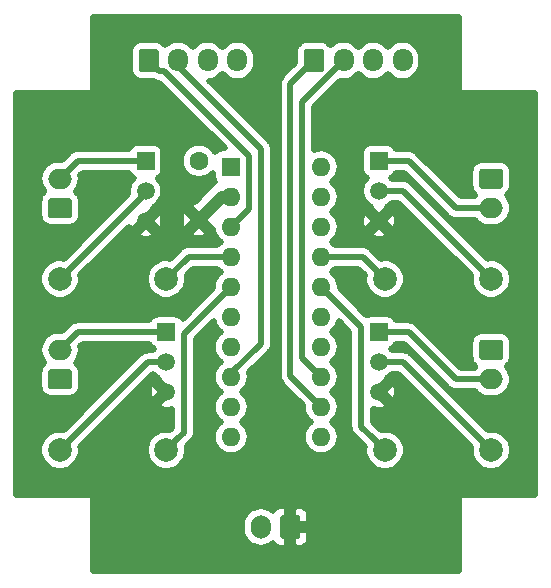
<source format=gbr>
G04 #@! TF.GenerationSoftware,KiCad,Pcbnew,(5.1.4)-1*
G04 #@! TF.CreationDate,2020-01-23T13:17:45+02:00*
G04 #@! TF.ProjectId,4_switch_array,345f7377-6974-4636-985f-61727261792e,rev?*
G04 #@! TF.SameCoordinates,Original*
G04 #@! TF.FileFunction,Copper,L1,Top*
G04 #@! TF.FilePolarity,Positive*
%FSLAX46Y46*%
G04 Gerber Fmt 4.6, Leading zero omitted, Abs format (unit mm)*
G04 Created by KiCad (PCBNEW (5.1.4)-1) date 2020-01-23 13:17:45*
%MOMM*%
%LPD*%
G04 APERTURE LIST*
%ADD10C,1.600000*%
%ADD11O,1.600000X1.600000*%
%ADD12R,1.600000X1.600000*%
%ADD13C,2.000000*%
%ADD14R,1.500000X1.500000*%
%ADD15C,1.500000*%
%ADD16O,1.700000X2.000000*%
%ADD17C,0.100000*%
%ADD18C,1.700000*%
%ADD19O,2.000000X1.700000*%
%ADD20O,1.700000X1.950000*%
%ADD21C,0.500000*%
%ADD22C,1.000000*%
G04 APERTURE END LIST*
D10*
X140250000Y-46500000D03*
X140250000Y-51500000D03*
D11*
X150620000Y-47000000D03*
X143000000Y-69860000D03*
X150620000Y-49540000D03*
X143000000Y-67320000D03*
X150620000Y-52080000D03*
X143000000Y-64780000D03*
X150620000Y-54620000D03*
X143000000Y-62240000D03*
X150620000Y-57160000D03*
X143000000Y-59700000D03*
X150620000Y-59700000D03*
X143000000Y-57160000D03*
X150620000Y-62240000D03*
X143000000Y-54620000D03*
X150620000Y-64780000D03*
X143000000Y-52080000D03*
X150620000Y-67320000D03*
X143000000Y-49540000D03*
X150620000Y-69860000D03*
D12*
X143000000Y-47000000D03*
D13*
X128500000Y-71000000D03*
X137500000Y-71000000D03*
X165000000Y-56500000D03*
X156000000Y-56500000D03*
X128500000Y-56500000D03*
X137500000Y-56500000D03*
X165000000Y-71000000D03*
X156000000Y-71000000D03*
D14*
X137500000Y-61000000D03*
D15*
X137500000Y-66080000D03*
X137500000Y-63540000D03*
D14*
X155500000Y-46500000D03*
D15*
X155500000Y-51580000D03*
X155500000Y-49040000D03*
D14*
X135750000Y-46500000D03*
D15*
X135750000Y-51580000D03*
X135750000Y-49040000D03*
D14*
X155500000Y-61000000D03*
D15*
X155500000Y-66080000D03*
X155500000Y-63540000D03*
D16*
X145500000Y-77500000D03*
D17*
G36*
X148624504Y-76501204D02*
G01*
X148648773Y-76504804D01*
X148672571Y-76510765D01*
X148695671Y-76519030D01*
X148717849Y-76529520D01*
X148738893Y-76542133D01*
X148758598Y-76556747D01*
X148776777Y-76573223D01*
X148793253Y-76591402D01*
X148807867Y-76611107D01*
X148820480Y-76632151D01*
X148830970Y-76654329D01*
X148839235Y-76677429D01*
X148845196Y-76701227D01*
X148848796Y-76725496D01*
X148850000Y-76750000D01*
X148850000Y-78250000D01*
X148848796Y-78274504D01*
X148845196Y-78298773D01*
X148839235Y-78322571D01*
X148830970Y-78345671D01*
X148820480Y-78367849D01*
X148807867Y-78388893D01*
X148793253Y-78408598D01*
X148776777Y-78426777D01*
X148758598Y-78443253D01*
X148738893Y-78457867D01*
X148717849Y-78470480D01*
X148695671Y-78480970D01*
X148672571Y-78489235D01*
X148648773Y-78495196D01*
X148624504Y-78498796D01*
X148600000Y-78500000D01*
X147400000Y-78500000D01*
X147375496Y-78498796D01*
X147351227Y-78495196D01*
X147327429Y-78489235D01*
X147304329Y-78480970D01*
X147282151Y-78470480D01*
X147261107Y-78457867D01*
X147241402Y-78443253D01*
X147223223Y-78426777D01*
X147206747Y-78408598D01*
X147192133Y-78388893D01*
X147179520Y-78367849D01*
X147169030Y-78345671D01*
X147160765Y-78322571D01*
X147154804Y-78298773D01*
X147151204Y-78274504D01*
X147150000Y-78250000D01*
X147150000Y-76750000D01*
X147151204Y-76725496D01*
X147154804Y-76701227D01*
X147160765Y-76677429D01*
X147169030Y-76654329D01*
X147179520Y-76632151D01*
X147192133Y-76611107D01*
X147206747Y-76591402D01*
X147223223Y-76573223D01*
X147241402Y-76556747D01*
X147261107Y-76542133D01*
X147282151Y-76529520D01*
X147304329Y-76519030D01*
X147327429Y-76510765D01*
X147351227Y-76504804D01*
X147375496Y-76501204D01*
X147400000Y-76500000D01*
X148600000Y-76500000D01*
X148624504Y-76501204D01*
X148624504Y-76501204D01*
G37*
D18*
X148000000Y-77500000D03*
D19*
X128500000Y-62500000D03*
D17*
G36*
X129274504Y-64151204D02*
G01*
X129298773Y-64154804D01*
X129322571Y-64160765D01*
X129345671Y-64169030D01*
X129367849Y-64179520D01*
X129388893Y-64192133D01*
X129408598Y-64206747D01*
X129426777Y-64223223D01*
X129443253Y-64241402D01*
X129457867Y-64261107D01*
X129470480Y-64282151D01*
X129480970Y-64304329D01*
X129489235Y-64327429D01*
X129495196Y-64351227D01*
X129498796Y-64375496D01*
X129500000Y-64400000D01*
X129500000Y-65600000D01*
X129498796Y-65624504D01*
X129495196Y-65648773D01*
X129489235Y-65672571D01*
X129480970Y-65695671D01*
X129470480Y-65717849D01*
X129457867Y-65738893D01*
X129443253Y-65758598D01*
X129426777Y-65776777D01*
X129408598Y-65793253D01*
X129388893Y-65807867D01*
X129367849Y-65820480D01*
X129345671Y-65830970D01*
X129322571Y-65839235D01*
X129298773Y-65845196D01*
X129274504Y-65848796D01*
X129250000Y-65850000D01*
X127750000Y-65850000D01*
X127725496Y-65848796D01*
X127701227Y-65845196D01*
X127677429Y-65839235D01*
X127654329Y-65830970D01*
X127632151Y-65820480D01*
X127611107Y-65807867D01*
X127591402Y-65793253D01*
X127573223Y-65776777D01*
X127556747Y-65758598D01*
X127542133Y-65738893D01*
X127529520Y-65717849D01*
X127519030Y-65695671D01*
X127510765Y-65672571D01*
X127504804Y-65648773D01*
X127501204Y-65624504D01*
X127500000Y-65600000D01*
X127500000Y-64400000D01*
X127501204Y-64375496D01*
X127504804Y-64351227D01*
X127510765Y-64327429D01*
X127519030Y-64304329D01*
X127529520Y-64282151D01*
X127542133Y-64261107D01*
X127556747Y-64241402D01*
X127573223Y-64223223D01*
X127591402Y-64206747D01*
X127611107Y-64192133D01*
X127632151Y-64179520D01*
X127654329Y-64169030D01*
X127677429Y-64160765D01*
X127701227Y-64154804D01*
X127725496Y-64151204D01*
X127750000Y-64150000D01*
X129250000Y-64150000D01*
X129274504Y-64151204D01*
X129274504Y-64151204D01*
G37*
D18*
X128500000Y-65000000D03*
D19*
X165000000Y-50500000D03*
D17*
G36*
X165774504Y-47151204D02*
G01*
X165798773Y-47154804D01*
X165822571Y-47160765D01*
X165845671Y-47169030D01*
X165867849Y-47179520D01*
X165888893Y-47192133D01*
X165908598Y-47206747D01*
X165926777Y-47223223D01*
X165943253Y-47241402D01*
X165957867Y-47261107D01*
X165970480Y-47282151D01*
X165980970Y-47304329D01*
X165989235Y-47327429D01*
X165995196Y-47351227D01*
X165998796Y-47375496D01*
X166000000Y-47400000D01*
X166000000Y-48600000D01*
X165998796Y-48624504D01*
X165995196Y-48648773D01*
X165989235Y-48672571D01*
X165980970Y-48695671D01*
X165970480Y-48717849D01*
X165957867Y-48738893D01*
X165943253Y-48758598D01*
X165926777Y-48776777D01*
X165908598Y-48793253D01*
X165888893Y-48807867D01*
X165867849Y-48820480D01*
X165845671Y-48830970D01*
X165822571Y-48839235D01*
X165798773Y-48845196D01*
X165774504Y-48848796D01*
X165750000Y-48850000D01*
X164250000Y-48850000D01*
X164225496Y-48848796D01*
X164201227Y-48845196D01*
X164177429Y-48839235D01*
X164154329Y-48830970D01*
X164132151Y-48820480D01*
X164111107Y-48807867D01*
X164091402Y-48793253D01*
X164073223Y-48776777D01*
X164056747Y-48758598D01*
X164042133Y-48738893D01*
X164029520Y-48717849D01*
X164019030Y-48695671D01*
X164010765Y-48672571D01*
X164004804Y-48648773D01*
X164001204Y-48624504D01*
X164000000Y-48600000D01*
X164000000Y-47400000D01*
X164001204Y-47375496D01*
X164004804Y-47351227D01*
X164010765Y-47327429D01*
X164019030Y-47304329D01*
X164029520Y-47282151D01*
X164042133Y-47261107D01*
X164056747Y-47241402D01*
X164073223Y-47223223D01*
X164091402Y-47206747D01*
X164111107Y-47192133D01*
X164132151Y-47179520D01*
X164154329Y-47169030D01*
X164177429Y-47160765D01*
X164201227Y-47154804D01*
X164225496Y-47151204D01*
X164250000Y-47150000D01*
X165750000Y-47150000D01*
X165774504Y-47151204D01*
X165774504Y-47151204D01*
G37*
D18*
X165000000Y-48000000D03*
D19*
X128500000Y-48000000D03*
D17*
G36*
X129274504Y-49651204D02*
G01*
X129298773Y-49654804D01*
X129322571Y-49660765D01*
X129345671Y-49669030D01*
X129367849Y-49679520D01*
X129388893Y-49692133D01*
X129408598Y-49706747D01*
X129426777Y-49723223D01*
X129443253Y-49741402D01*
X129457867Y-49761107D01*
X129470480Y-49782151D01*
X129480970Y-49804329D01*
X129489235Y-49827429D01*
X129495196Y-49851227D01*
X129498796Y-49875496D01*
X129500000Y-49900000D01*
X129500000Y-51100000D01*
X129498796Y-51124504D01*
X129495196Y-51148773D01*
X129489235Y-51172571D01*
X129480970Y-51195671D01*
X129470480Y-51217849D01*
X129457867Y-51238893D01*
X129443253Y-51258598D01*
X129426777Y-51276777D01*
X129408598Y-51293253D01*
X129388893Y-51307867D01*
X129367849Y-51320480D01*
X129345671Y-51330970D01*
X129322571Y-51339235D01*
X129298773Y-51345196D01*
X129274504Y-51348796D01*
X129250000Y-51350000D01*
X127750000Y-51350000D01*
X127725496Y-51348796D01*
X127701227Y-51345196D01*
X127677429Y-51339235D01*
X127654329Y-51330970D01*
X127632151Y-51320480D01*
X127611107Y-51307867D01*
X127591402Y-51293253D01*
X127573223Y-51276777D01*
X127556747Y-51258598D01*
X127542133Y-51238893D01*
X127529520Y-51217849D01*
X127519030Y-51195671D01*
X127510765Y-51172571D01*
X127504804Y-51148773D01*
X127501204Y-51124504D01*
X127500000Y-51100000D01*
X127500000Y-49900000D01*
X127501204Y-49875496D01*
X127504804Y-49851227D01*
X127510765Y-49827429D01*
X127519030Y-49804329D01*
X127529520Y-49782151D01*
X127542133Y-49761107D01*
X127556747Y-49741402D01*
X127573223Y-49723223D01*
X127591402Y-49706747D01*
X127611107Y-49692133D01*
X127632151Y-49679520D01*
X127654329Y-49669030D01*
X127677429Y-49660765D01*
X127701227Y-49654804D01*
X127725496Y-49651204D01*
X127750000Y-49650000D01*
X129250000Y-49650000D01*
X129274504Y-49651204D01*
X129274504Y-49651204D01*
G37*
D18*
X128500000Y-50500000D03*
D19*
X165000000Y-65000000D03*
D17*
G36*
X165774504Y-61651204D02*
G01*
X165798773Y-61654804D01*
X165822571Y-61660765D01*
X165845671Y-61669030D01*
X165867849Y-61679520D01*
X165888893Y-61692133D01*
X165908598Y-61706747D01*
X165926777Y-61723223D01*
X165943253Y-61741402D01*
X165957867Y-61761107D01*
X165970480Y-61782151D01*
X165980970Y-61804329D01*
X165989235Y-61827429D01*
X165995196Y-61851227D01*
X165998796Y-61875496D01*
X166000000Y-61900000D01*
X166000000Y-63100000D01*
X165998796Y-63124504D01*
X165995196Y-63148773D01*
X165989235Y-63172571D01*
X165980970Y-63195671D01*
X165970480Y-63217849D01*
X165957867Y-63238893D01*
X165943253Y-63258598D01*
X165926777Y-63276777D01*
X165908598Y-63293253D01*
X165888893Y-63307867D01*
X165867849Y-63320480D01*
X165845671Y-63330970D01*
X165822571Y-63339235D01*
X165798773Y-63345196D01*
X165774504Y-63348796D01*
X165750000Y-63350000D01*
X164250000Y-63350000D01*
X164225496Y-63348796D01*
X164201227Y-63345196D01*
X164177429Y-63339235D01*
X164154329Y-63330970D01*
X164132151Y-63320480D01*
X164111107Y-63307867D01*
X164091402Y-63293253D01*
X164073223Y-63276777D01*
X164056747Y-63258598D01*
X164042133Y-63238893D01*
X164029520Y-63217849D01*
X164019030Y-63195671D01*
X164010765Y-63172571D01*
X164004804Y-63148773D01*
X164001204Y-63124504D01*
X164000000Y-63100000D01*
X164000000Y-61900000D01*
X164001204Y-61875496D01*
X164004804Y-61851227D01*
X164010765Y-61827429D01*
X164019030Y-61804329D01*
X164029520Y-61782151D01*
X164042133Y-61761107D01*
X164056747Y-61741402D01*
X164073223Y-61723223D01*
X164091402Y-61706747D01*
X164111107Y-61692133D01*
X164132151Y-61679520D01*
X164154329Y-61669030D01*
X164177429Y-61660765D01*
X164201227Y-61654804D01*
X164225496Y-61651204D01*
X164250000Y-61650000D01*
X165750000Y-61650000D01*
X165774504Y-61651204D01*
X165774504Y-61651204D01*
G37*
D18*
X165000000Y-62500000D03*
D20*
X157500000Y-38000000D03*
X155000000Y-38000000D03*
X152500000Y-38000000D03*
D17*
G36*
X150624504Y-37026204D02*
G01*
X150648773Y-37029804D01*
X150672571Y-37035765D01*
X150695671Y-37044030D01*
X150717849Y-37054520D01*
X150738893Y-37067133D01*
X150758598Y-37081747D01*
X150776777Y-37098223D01*
X150793253Y-37116402D01*
X150807867Y-37136107D01*
X150820480Y-37157151D01*
X150830970Y-37179329D01*
X150839235Y-37202429D01*
X150845196Y-37226227D01*
X150848796Y-37250496D01*
X150850000Y-37275000D01*
X150850000Y-38725000D01*
X150848796Y-38749504D01*
X150845196Y-38773773D01*
X150839235Y-38797571D01*
X150830970Y-38820671D01*
X150820480Y-38842849D01*
X150807867Y-38863893D01*
X150793253Y-38883598D01*
X150776777Y-38901777D01*
X150758598Y-38918253D01*
X150738893Y-38932867D01*
X150717849Y-38945480D01*
X150695671Y-38955970D01*
X150672571Y-38964235D01*
X150648773Y-38970196D01*
X150624504Y-38973796D01*
X150600000Y-38975000D01*
X149400000Y-38975000D01*
X149375496Y-38973796D01*
X149351227Y-38970196D01*
X149327429Y-38964235D01*
X149304329Y-38955970D01*
X149282151Y-38945480D01*
X149261107Y-38932867D01*
X149241402Y-38918253D01*
X149223223Y-38901777D01*
X149206747Y-38883598D01*
X149192133Y-38863893D01*
X149179520Y-38842849D01*
X149169030Y-38820671D01*
X149160765Y-38797571D01*
X149154804Y-38773773D01*
X149151204Y-38749504D01*
X149150000Y-38725000D01*
X149150000Y-37275000D01*
X149151204Y-37250496D01*
X149154804Y-37226227D01*
X149160765Y-37202429D01*
X149169030Y-37179329D01*
X149179520Y-37157151D01*
X149192133Y-37136107D01*
X149206747Y-37116402D01*
X149223223Y-37098223D01*
X149241402Y-37081747D01*
X149261107Y-37067133D01*
X149282151Y-37054520D01*
X149304329Y-37044030D01*
X149327429Y-37035765D01*
X149351227Y-37029804D01*
X149375496Y-37026204D01*
X149400000Y-37025000D01*
X150600000Y-37025000D01*
X150624504Y-37026204D01*
X150624504Y-37026204D01*
G37*
D18*
X150000000Y-38000000D03*
D20*
X143500000Y-38000000D03*
X141000000Y-38000000D03*
X138500000Y-38000000D03*
D17*
G36*
X136624504Y-37026204D02*
G01*
X136648773Y-37029804D01*
X136672571Y-37035765D01*
X136695671Y-37044030D01*
X136717849Y-37054520D01*
X136738893Y-37067133D01*
X136758598Y-37081747D01*
X136776777Y-37098223D01*
X136793253Y-37116402D01*
X136807867Y-37136107D01*
X136820480Y-37157151D01*
X136830970Y-37179329D01*
X136839235Y-37202429D01*
X136845196Y-37226227D01*
X136848796Y-37250496D01*
X136850000Y-37275000D01*
X136850000Y-38725000D01*
X136848796Y-38749504D01*
X136845196Y-38773773D01*
X136839235Y-38797571D01*
X136830970Y-38820671D01*
X136820480Y-38842849D01*
X136807867Y-38863893D01*
X136793253Y-38883598D01*
X136776777Y-38901777D01*
X136758598Y-38918253D01*
X136738893Y-38932867D01*
X136717849Y-38945480D01*
X136695671Y-38955970D01*
X136672571Y-38964235D01*
X136648773Y-38970196D01*
X136624504Y-38973796D01*
X136600000Y-38975000D01*
X135400000Y-38975000D01*
X135375496Y-38973796D01*
X135351227Y-38970196D01*
X135327429Y-38964235D01*
X135304329Y-38955970D01*
X135282151Y-38945480D01*
X135261107Y-38932867D01*
X135241402Y-38918253D01*
X135223223Y-38901777D01*
X135206747Y-38883598D01*
X135192133Y-38863893D01*
X135179520Y-38842849D01*
X135169030Y-38820671D01*
X135160765Y-38797571D01*
X135154804Y-38773773D01*
X135151204Y-38749504D01*
X135150000Y-38725000D01*
X135150000Y-37275000D01*
X135151204Y-37250496D01*
X135154804Y-37226227D01*
X135160765Y-37202429D01*
X135169030Y-37179329D01*
X135179520Y-37157151D01*
X135192133Y-37136107D01*
X135206747Y-37116402D01*
X135223223Y-37098223D01*
X135241402Y-37081747D01*
X135261107Y-37067133D01*
X135282151Y-37054520D01*
X135304329Y-37044030D01*
X135327429Y-37035765D01*
X135351227Y-37029804D01*
X135375496Y-37026204D01*
X135400000Y-37025000D01*
X136600000Y-37025000D01*
X136624504Y-37026204D01*
X136624504Y-37026204D01*
G37*
D18*
X136000000Y-38000000D03*
D21*
X143000000Y-64500000D02*
X143000000Y-64780000D01*
X145500000Y-62000000D02*
X143000000Y-64500000D01*
X145500000Y-45500000D02*
X145500000Y-62000000D01*
X138500000Y-38000000D02*
X138500000Y-38500000D01*
X138500000Y-38500000D02*
X145500000Y-45500000D01*
X157500000Y-38125000D02*
X157500000Y-38000000D01*
X149000000Y-63160000D02*
X149000000Y-46000000D01*
X150620000Y-64780000D02*
X149000000Y-63160000D01*
X149000000Y-46000000D02*
X149000000Y-42500000D01*
X149000000Y-42500000D02*
X149000000Y-41500000D01*
X149000000Y-41500000D02*
X152500000Y-38000000D01*
X130000000Y-46500000D02*
X136000000Y-46500000D01*
X128500000Y-48000000D02*
X130000000Y-46500000D01*
X128500000Y-62500000D02*
X130000000Y-61000000D01*
X130000000Y-61000000D02*
X137500000Y-61000000D01*
X162000000Y-50500000D02*
X165000000Y-50500000D01*
X155500000Y-46500000D02*
X158000000Y-46500000D01*
X158000000Y-46500000D02*
X162000000Y-50500000D01*
X155500000Y-61000000D02*
X158000000Y-61000000D01*
X162000000Y-65000000D02*
X165000000Y-65000000D01*
X158000000Y-61000000D02*
X162000000Y-65000000D01*
D22*
X142210000Y-49540000D02*
X140250000Y-51500000D01*
X143000000Y-49540000D02*
X142210000Y-49540000D01*
D21*
X135960000Y-49040000D02*
X128500000Y-56500000D01*
X135960000Y-63540000D02*
X128500000Y-71000000D01*
X137500000Y-63540000D02*
X135960000Y-63540000D01*
X157540000Y-49040000D02*
X165000000Y-56500000D01*
X155500000Y-49040000D02*
X157540000Y-49040000D01*
X157540000Y-63540000D02*
X165000000Y-71000000D01*
X155500000Y-63540000D02*
X157540000Y-63540000D01*
X143799999Y-51280001D02*
X143000000Y-52080000D01*
X144500000Y-50580000D02*
X143799999Y-51280001D01*
X144500000Y-46089998D02*
X144500000Y-50580000D01*
X137308374Y-38898372D02*
X144500000Y-46089998D01*
X136000000Y-38000000D02*
X136898372Y-38898372D01*
X136898372Y-38898372D02*
X137308374Y-38898372D01*
X149101628Y-38898372D02*
X150000000Y-38000000D01*
X148000000Y-40000000D02*
X149101628Y-38898372D01*
X150620000Y-67320000D02*
X148000000Y-64700000D01*
X148000000Y-64700000D02*
X148000000Y-40000000D01*
X139380000Y-54620000D02*
X137500000Y-56500000D01*
X143000000Y-54620000D02*
X139380000Y-54620000D01*
X138499999Y-70000001D02*
X137500000Y-71000000D01*
X139000000Y-69500000D02*
X138499999Y-70000001D01*
X143000000Y-57160000D02*
X139000000Y-61160000D01*
X139000000Y-61160000D02*
X139000000Y-69500000D01*
X154120000Y-54620000D02*
X156000000Y-56500000D01*
X150620000Y-54620000D02*
X154120000Y-54620000D01*
X155000001Y-70000001D02*
X156000000Y-71000000D01*
X154000000Y-69000000D02*
X155000001Y-70000001D01*
X150620000Y-57160000D02*
X154000000Y-60540000D01*
X154000000Y-60540000D02*
X154000000Y-69000000D01*
G36*
X162250000Y-40500000D02*
G01*
X162254804Y-40548773D01*
X162269030Y-40595671D01*
X162292133Y-40638893D01*
X162323223Y-40676777D01*
X162361107Y-40707867D01*
X162404329Y-40730970D01*
X162451227Y-40745196D01*
X162500000Y-40750000D01*
X168725000Y-40750000D01*
X168725001Y-74750000D01*
X162500000Y-74750000D01*
X162451227Y-74754804D01*
X162404329Y-74769030D01*
X162361107Y-74792133D01*
X162323223Y-74823223D01*
X162292133Y-74861107D01*
X162269030Y-74904329D01*
X162254804Y-74951227D01*
X162250000Y-75000000D01*
X162250000Y-81225000D01*
X131250000Y-81225000D01*
X131250000Y-77271403D01*
X143900000Y-77271403D01*
X143900000Y-77728596D01*
X143923151Y-77963654D01*
X144014641Y-78265255D01*
X144163212Y-78543212D01*
X144363155Y-78786845D01*
X144606787Y-78986788D01*
X144884744Y-79135359D01*
X145186345Y-79226849D01*
X145500000Y-79257741D01*
X145813654Y-79226849D01*
X146115255Y-79135359D01*
X146393212Y-78986788D01*
X146508990Y-78891772D01*
X146523380Y-78918694D01*
X146617104Y-79032896D01*
X146731306Y-79126620D01*
X146861599Y-79196262D01*
X147002974Y-79239148D01*
X147150000Y-79253629D01*
X147562500Y-79250000D01*
X147750000Y-79062500D01*
X147750000Y-77750000D01*
X148250000Y-77750000D01*
X148250000Y-79062500D01*
X148437500Y-79250000D01*
X148850000Y-79253629D01*
X148997026Y-79239148D01*
X149138401Y-79196262D01*
X149268694Y-79126620D01*
X149382896Y-79032896D01*
X149476620Y-78918694D01*
X149546262Y-78788401D01*
X149589148Y-78647026D01*
X149603629Y-78500000D01*
X149600000Y-77937500D01*
X149412500Y-77750000D01*
X148250000Y-77750000D01*
X147750000Y-77750000D01*
X147730000Y-77750000D01*
X147730000Y-77250000D01*
X147750000Y-77250000D01*
X147750000Y-75937500D01*
X148250000Y-75937500D01*
X148250000Y-77250000D01*
X149412500Y-77250000D01*
X149600000Y-77062500D01*
X149603629Y-76500000D01*
X149589148Y-76352974D01*
X149546262Y-76211599D01*
X149476620Y-76081306D01*
X149382896Y-75967104D01*
X149268694Y-75873380D01*
X149138401Y-75803738D01*
X148997026Y-75760852D01*
X148850000Y-75746371D01*
X148437500Y-75750000D01*
X148250000Y-75937500D01*
X147750000Y-75937500D01*
X147562500Y-75750000D01*
X147150000Y-75746371D01*
X147002974Y-75760852D01*
X146861599Y-75803738D01*
X146731306Y-75873380D01*
X146617104Y-75967104D01*
X146523380Y-76081306D01*
X146508990Y-76108228D01*
X146393213Y-76013212D01*
X146115256Y-75864641D01*
X145813655Y-75773151D01*
X145500000Y-75742259D01*
X145186346Y-75773151D01*
X144884745Y-75864641D01*
X144606788Y-76013212D01*
X144363155Y-76213155D01*
X144163212Y-76456787D01*
X144014641Y-76734744D01*
X143923151Y-77036345D01*
X143900000Y-77271403D01*
X131250000Y-77271403D01*
X131250000Y-75000000D01*
X131245196Y-74951227D01*
X131230970Y-74904329D01*
X131207867Y-74861107D01*
X131176777Y-74823223D01*
X131138893Y-74792133D01*
X131095671Y-74769030D01*
X131048773Y-74754804D01*
X131000000Y-74750000D01*
X124775000Y-74750000D01*
X124775000Y-62500000D01*
X126742259Y-62500000D01*
X126773151Y-62813655D01*
X126864641Y-63115256D01*
X127013212Y-63393213D01*
X127169828Y-63584050D01*
X127040328Y-63690328D01*
X126915514Y-63842414D01*
X126822769Y-64015928D01*
X126765656Y-64204202D01*
X126746372Y-64400000D01*
X126746372Y-65600000D01*
X126765656Y-65795798D01*
X126822769Y-65984072D01*
X126915514Y-66157586D01*
X127040328Y-66309672D01*
X127192414Y-66434486D01*
X127365928Y-66527231D01*
X127554202Y-66584344D01*
X127750000Y-66603628D01*
X129250000Y-66603628D01*
X129445798Y-66584344D01*
X129634072Y-66527231D01*
X129807586Y-66434486D01*
X129959672Y-66309672D01*
X130084486Y-66157586D01*
X130177231Y-65984072D01*
X130234344Y-65795798D01*
X130253628Y-65600000D01*
X130253628Y-64400000D01*
X130234344Y-64204202D01*
X130177231Y-64015928D01*
X130084486Y-63842414D01*
X129959672Y-63690328D01*
X129830172Y-63584050D01*
X129986788Y-63393213D01*
X130135359Y-63115256D01*
X130226849Y-62813655D01*
X130257741Y-62500000D01*
X130226940Y-62187272D01*
X130414213Y-62000000D01*
X136042090Y-62000000D01*
X136053739Y-62038401D01*
X136123381Y-62168693D01*
X136217105Y-62282895D01*
X136331307Y-62376619D01*
X136461599Y-62446261D01*
X136469901Y-62448779D01*
X136378680Y-62540000D01*
X136009117Y-62540000D01*
X135959999Y-62535162D01*
X135910881Y-62540000D01*
X135910880Y-62540000D01*
X135763966Y-62554470D01*
X135575465Y-62611651D01*
X135401742Y-62704508D01*
X135249472Y-62829472D01*
X135218155Y-62867632D01*
X128808674Y-69277114D01*
X128672360Y-69250000D01*
X128327640Y-69250000D01*
X127989544Y-69317251D01*
X127671064Y-69449170D01*
X127384440Y-69640686D01*
X127140686Y-69884440D01*
X126949170Y-70171064D01*
X126817251Y-70489544D01*
X126750000Y-70827640D01*
X126750000Y-71172360D01*
X126817251Y-71510456D01*
X126949170Y-71828936D01*
X127140686Y-72115560D01*
X127384440Y-72359314D01*
X127671064Y-72550830D01*
X127989544Y-72682749D01*
X128327640Y-72750000D01*
X128672360Y-72750000D01*
X129010456Y-72682749D01*
X129328936Y-72550830D01*
X129615560Y-72359314D01*
X129859314Y-72115560D01*
X130050830Y-71828936D01*
X130182749Y-71510456D01*
X130250000Y-71172360D01*
X130250000Y-70827640D01*
X130222886Y-70691326D01*
X134938109Y-65976103D01*
X135996328Y-65976103D01*
X136004951Y-66271451D01*
X136071028Y-66559442D01*
X136150547Y-66751418D01*
X136406910Y-66819537D01*
X137146447Y-66080000D01*
X136406910Y-65340463D01*
X136150547Y-65408582D01*
X136045489Y-65684748D01*
X135996328Y-65976103D01*
X134938109Y-65976103D01*
X136374213Y-64540000D01*
X136378680Y-64540000D01*
X136543806Y-64705126D01*
X136789483Y-64869283D01*
X136791496Y-64870117D01*
X136760463Y-64986910D01*
X137500000Y-65726447D01*
X137514143Y-65712305D01*
X137867696Y-66065858D01*
X137853553Y-66080000D01*
X137867696Y-66094143D01*
X137514143Y-66447696D01*
X137500000Y-66433553D01*
X136760463Y-67173090D01*
X136828582Y-67429453D01*
X137104748Y-67534511D01*
X137396103Y-67583672D01*
X137691451Y-67575049D01*
X137979442Y-67508972D01*
X138000001Y-67500456D01*
X138000001Y-69085787D01*
X137827631Y-69258157D01*
X137827625Y-69258162D01*
X137808673Y-69277114D01*
X137672360Y-69250000D01*
X137327640Y-69250000D01*
X136989544Y-69317251D01*
X136671064Y-69449170D01*
X136384440Y-69640686D01*
X136140686Y-69884440D01*
X135949170Y-70171064D01*
X135817251Y-70489544D01*
X135750000Y-70827640D01*
X135750000Y-71172360D01*
X135817251Y-71510456D01*
X135949170Y-71828936D01*
X136140686Y-72115560D01*
X136384440Y-72359314D01*
X136671064Y-72550830D01*
X136989544Y-72682749D01*
X137327640Y-72750000D01*
X137672360Y-72750000D01*
X138010456Y-72682749D01*
X138328936Y-72550830D01*
X138615560Y-72359314D01*
X138859314Y-72115560D01*
X139050830Y-71828936D01*
X139182749Y-71510456D01*
X139250000Y-71172360D01*
X139250000Y-70827640D01*
X139222886Y-70691327D01*
X139241838Y-70672375D01*
X139241843Y-70672369D01*
X139672363Y-70241849D01*
X139710528Y-70210528D01*
X139835492Y-70058258D01*
X139928349Y-69884535D01*
X139985530Y-69696034D01*
X140000000Y-69549120D01*
X140000000Y-69549119D01*
X140004838Y-69500001D01*
X140000000Y-69450883D01*
X140000000Y-61574212D01*
X141495221Y-60078991D01*
X141561059Y-60296029D01*
X141704987Y-60565300D01*
X141898682Y-60801318D01*
X142104222Y-60970000D01*
X141898682Y-61138682D01*
X141704987Y-61374700D01*
X141561059Y-61643971D01*
X141472428Y-61936147D01*
X141442501Y-62240000D01*
X141472428Y-62543853D01*
X141561059Y-62836029D01*
X141704987Y-63105300D01*
X141898682Y-63341318D01*
X142104222Y-63510000D01*
X141898682Y-63678682D01*
X141704987Y-63914700D01*
X141561059Y-64183971D01*
X141472428Y-64476147D01*
X141442501Y-64780000D01*
X141472428Y-65083853D01*
X141561059Y-65376029D01*
X141704987Y-65645300D01*
X141898682Y-65881318D01*
X142104222Y-66050000D01*
X141898682Y-66218682D01*
X141704987Y-66454700D01*
X141561059Y-66723971D01*
X141472428Y-67016147D01*
X141442501Y-67320000D01*
X141472428Y-67623853D01*
X141561059Y-67916029D01*
X141704987Y-68185300D01*
X141898682Y-68421318D01*
X142104222Y-68590000D01*
X141898682Y-68758682D01*
X141704987Y-68994700D01*
X141561059Y-69263971D01*
X141472428Y-69556147D01*
X141442501Y-69860000D01*
X141472428Y-70163853D01*
X141561059Y-70456029D01*
X141704987Y-70725300D01*
X141898682Y-70961318D01*
X142134700Y-71155013D01*
X142403971Y-71298941D01*
X142696147Y-71387572D01*
X142923862Y-71410000D01*
X143076138Y-71410000D01*
X143303853Y-71387572D01*
X143596029Y-71298941D01*
X143865300Y-71155013D01*
X144101318Y-70961318D01*
X144295013Y-70725300D01*
X144438941Y-70456029D01*
X144527572Y-70163853D01*
X144557499Y-69860000D01*
X144527572Y-69556147D01*
X144438941Y-69263971D01*
X144295013Y-68994700D01*
X144101318Y-68758682D01*
X143895778Y-68590000D01*
X144101318Y-68421318D01*
X144295013Y-68185300D01*
X144438941Y-67916029D01*
X144527572Y-67623853D01*
X144557499Y-67320000D01*
X144527572Y-67016147D01*
X144438941Y-66723971D01*
X144295013Y-66454700D01*
X144101318Y-66218682D01*
X143895778Y-66050000D01*
X144101318Y-65881318D01*
X144295013Y-65645300D01*
X144438941Y-65376029D01*
X144527572Y-65083853D01*
X144557499Y-64780000D01*
X144527572Y-64476147D01*
X144506740Y-64407473D01*
X146172368Y-62741845D01*
X146210528Y-62710528D01*
X146335492Y-62558258D01*
X146428349Y-62384535D01*
X146485530Y-62196034D01*
X146500000Y-62049120D01*
X146504838Y-62000000D01*
X146500000Y-61950880D01*
X146500000Y-45549120D01*
X146504838Y-45500000D01*
X146485530Y-45303966D01*
X146428349Y-45115465D01*
X146422471Y-45104468D01*
X146335492Y-44941742D01*
X146210528Y-44789472D01*
X146172368Y-44758155D01*
X141414213Y-40000000D01*
X146995162Y-40000000D01*
X147000001Y-40049130D01*
X147000000Y-64650880D01*
X146995162Y-64700000D01*
X147014470Y-64896034D01*
X147038738Y-64976034D01*
X147071651Y-65084534D01*
X147164508Y-65258258D01*
X147289472Y-65410528D01*
X147327637Y-65441849D01*
X149075348Y-67189561D01*
X149062501Y-67320000D01*
X149092428Y-67623853D01*
X149181059Y-67916029D01*
X149324987Y-68185300D01*
X149518682Y-68421318D01*
X149724222Y-68590000D01*
X149518682Y-68758682D01*
X149324987Y-68994700D01*
X149181059Y-69263971D01*
X149092428Y-69556147D01*
X149062501Y-69860000D01*
X149092428Y-70163853D01*
X149181059Y-70456029D01*
X149324987Y-70725300D01*
X149518682Y-70961318D01*
X149754700Y-71155013D01*
X150023971Y-71298941D01*
X150316147Y-71387572D01*
X150543862Y-71410000D01*
X150696138Y-71410000D01*
X150923853Y-71387572D01*
X151216029Y-71298941D01*
X151485300Y-71155013D01*
X151721318Y-70961318D01*
X151915013Y-70725300D01*
X152058941Y-70456029D01*
X152147572Y-70163853D01*
X152177499Y-69860000D01*
X152147572Y-69556147D01*
X152058941Y-69263971D01*
X151915013Y-68994700D01*
X151721318Y-68758682D01*
X151515778Y-68590000D01*
X151721318Y-68421318D01*
X151915013Y-68185300D01*
X152058941Y-67916029D01*
X152147572Y-67623853D01*
X152177499Y-67320000D01*
X152147572Y-67016147D01*
X152058941Y-66723971D01*
X151915013Y-66454700D01*
X151721318Y-66218682D01*
X151515778Y-66050000D01*
X151721318Y-65881318D01*
X151915013Y-65645300D01*
X152058941Y-65376029D01*
X152147572Y-65083853D01*
X152177499Y-64780000D01*
X152147572Y-64476147D01*
X152058941Y-64183971D01*
X151915013Y-63914700D01*
X151721318Y-63678682D01*
X151515778Y-63510000D01*
X151721318Y-63341318D01*
X151915013Y-63105300D01*
X152058941Y-62836029D01*
X152147572Y-62543853D01*
X152177499Y-62240000D01*
X152147572Y-61936147D01*
X152058941Y-61643971D01*
X151915013Y-61374700D01*
X151721318Y-61138682D01*
X151515778Y-60970000D01*
X151721318Y-60801318D01*
X151915013Y-60565300D01*
X152058941Y-60296029D01*
X152124779Y-60078992D01*
X153000000Y-60954213D01*
X153000001Y-68950870D01*
X152995162Y-69000000D01*
X153014470Y-69196034D01*
X153071651Y-69384534D01*
X153071652Y-69384535D01*
X153164509Y-69558258D01*
X153289473Y-69710528D01*
X153327632Y-69741844D01*
X154277114Y-70691327D01*
X154250000Y-70827640D01*
X154250000Y-71172360D01*
X154317251Y-71510456D01*
X154449170Y-71828936D01*
X154640686Y-72115560D01*
X154884440Y-72359314D01*
X155171064Y-72550830D01*
X155489544Y-72682749D01*
X155827640Y-72750000D01*
X156172360Y-72750000D01*
X156510456Y-72682749D01*
X156828936Y-72550830D01*
X157115560Y-72359314D01*
X157359314Y-72115560D01*
X157550830Y-71828936D01*
X157682749Y-71510456D01*
X157750000Y-71172360D01*
X157750000Y-70827640D01*
X157682749Y-70489544D01*
X157550830Y-70171064D01*
X157359314Y-69884440D01*
X157115560Y-69640686D01*
X156828936Y-69449170D01*
X156510456Y-69317251D01*
X156172360Y-69250000D01*
X155827640Y-69250000D01*
X155691327Y-69277114D01*
X155000000Y-68585788D01*
X155000000Y-67494663D01*
X155104748Y-67534511D01*
X155396103Y-67583672D01*
X155691451Y-67575049D01*
X155979442Y-67508972D01*
X156171418Y-67429453D01*
X156239537Y-67173090D01*
X155500000Y-66433553D01*
X155485858Y-66447696D01*
X155132305Y-66094143D01*
X155146447Y-66080000D01*
X155853553Y-66080000D01*
X156593090Y-66819537D01*
X156849453Y-66751418D01*
X156954511Y-66475252D01*
X157003672Y-66183897D01*
X156995049Y-65888549D01*
X156928972Y-65600558D01*
X156849453Y-65408582D01*
X156593090Y-65340463D01*
X155853553Y-66080000D01*
X155146447Y-66080000D01*
X155132305Y-66065858D01*
X155485858Y-65712305D01*
X155500000Y-65726447D01*
X156239537Y-64986910D01*
X156208504Y-64870117D01*
X156210517Y-64869283D01*
X156456194Y-64705126D01*
X156621320Y-64540000D01*
X157125788Y-64540000D01*
X163277114Y-70691327D01*
X163250000Y-70827640D01*
X163250000Y-71172360D01*
X163317251Y-71510456D01*
X163449170Y-71828936D01*
X163640686Y-72115560D01*
X163884440Y-72359314D01*
X164171064Y-72550830D01*
X164489544Y-72682749D01*
X164827640Y-72750000D01*
X165172360Y-72750000D01*
X165510456Y-72682749D01*
X165828936Y-72550830D01*
X166115560Y-72359314D01*
X166359314Y-72115560D01*
X166550830Y-71828936D01*
X166682749Y-71510456D01*
X166750000Y-71172360D01*
X166750000Y-70827640D01*
X166682749Y-70489544D01*
X166550830Y-70171064D01*
X166359314Y-69884440D01*
X166115560Y-69640686D01*
X165828936Y-69449170D01*
X165510456Y-69317251D01*
X165172360Y-69250000D01*
X164827640Y-69250000D01*
X164691327Y-69277114D01*
X158281849Y-62867637D01*
X158250528Y-62829472D01*
X158098258Y-62704508D01*
X157924535Y-62611651D01*
X157736034Y-62554470D01*
X157589120Y-62540000D01*
X157540000Y-62535162D01*
X157490880Y-62540000D01*
X156621320Y-62540000D01*
X156530099Y-62448779D01*
X156538401Y-62446261D01*
X156668693Y-62376619D01*
X156782895Y-62282895D01*
X156876619Y-62168693D01*
X156946261Y-62038401D01*
X156957910Y-62000000D01*
X157585788Y-62000000D01*
X161258155Y-65672368D01*
X161289472Y-65710528D01*
X161441742Y-65835492D01*
X161615465Y-65928349D01*
X161803966Y-65985530D01*
X161950880Y-66000000D01*
X161950881Y-66000000D01*
X161999999Y-66004838D01*
X162049117Y-66000000D01*
X163600850Y-66000000D01*
X163713155Y-66136845D01*
X163956787Y-66336788D01*
X164234744Y-66485359D01*
X164536345Y-66576849D01*
X164771403Y-66600000D01*
X165228597Y-66600000D01*
X165463655Y-66576849D01*
X165765256Y-66485359D01*
X166043213Y-66336788D01*
X166286845Y-66136845D01*
X166486788Y-65893213D01*
X166635359Y-65615256D01*
X166726849Y-65313655D01*
X166757741Y-65000000D01*
X166726849Y-64686345D01*
X166635359Y-64384744D01*
X166486788Y-64106787D01*
X166330172Y-63915950D01*
X166459672Y-63809672D01*
X166584486Y-63657586D01*
X166677231Y-63484072D01*
X166734344Y-63295798D01*
X166753628Y-63100000D01*
X166753628Y-61900000D01*
X166734344Y-61704202D01*
X166677231Y-61515928D01*
X166584486Y-61342414D01*
X166459672Y-61190328D01*
X166307586Y-61065514D01*
X166134072Y-60972769D01*
X165945798Y-60915656D01*
X165750000Y-60896372D01*
X164250000Y-60896372D01*
X164054202Y-60915656D01*
X163865928Y-60972769D01*
X163692414Y-61065514D01*
X163540328Y-61190328D01*
X163415514Y-61342414D01*
X163322769Y-61515928D01*
X163265656Y-61704202D01*
X163246372Y-61900000D01*
X163246372Y-63100000D01*
X163265656Y-63295798D01*
X163322769Y-63484072D01*
X163415514Y-63657586D01*
X163540328Y-63809672D01*
X163669828Y-63915950D01*
X163600850Y-64000000D01*
X162414213Y-64000000D01*
X158741849Y-60327637D01*
X158710528Y-60289472D01*
X158558258Y-60164508D01*
X158384535Y-60071651D01*
X158196034Y-60014470D01*
X158049120Y-60000000D01*
X158000000Y-59995162D01*
X157950880Y-60000000D01*
X156957910Y-60000000D01*
X156946261Y-59961599D01*
X156876619Y-59831307D01*
X156782895Y-59717105D01*
X156668693Y-59623381D01*
X156538401Y-59553739D01*
X156397026Y-59510853D01*
X156250000Y-59496372D01*
X154750000Y-59496372D01*
X154602974Y-59510853D01*
X154461599Y-59553739D01*
X154439672Y-59565459D01*
X152164652Y-57290440D01*
X152177499Y-57160000D01*
X152147572Y-56856147D01*
X152058941Y-56563971D01*
X151915013Y-56294700D01*
X151721318Y-56058682D01*
X151515778Y-55890000D01*
X151721318Y-55721318D01*
X151804468Y-55620000D01*
X153705788Y-55620000D01*
X154277114Y-56191327D01*
X154250000Y-56327640D01*
X154250000Y-56672360D01*
X154317251Y-57010456D01*
X154449170Y-57328936D01*
X154640686Y-57615560D01*
X154884440Y-57859314D01*
X155171064Y-58050830D01*
X155489544Y-58182749D01*
X155827640Y-58250000D01*
X156172360Y-58250000D01*
X156510456Y-58182749D01*
X156828936Y-58050830D01*
X157115560Y-57859314D01*
X157359314Y-57615560D01*
X157550830Y-57328936D01*
X157682749Y-57010456D01*
X157750000Y-56672360D01*
X157750000Y-56327640D01*
X157682749Y-55989544D01*
X157550830Y-55671064D01*
X157359314Y-55384440D01*
X157115560Y-55140686D01*
X156828936Y-54949170D01*
X156510456Y-54817251D01*
X156172360Y-54750000D01*
X155827640Y-54750000D01*
X155691327Y-54777114D01*
X154861849Y-53947637D01*
X154830528Y-53909472D01*
X154678258Y-53784508D01*
X154504535Y-53691651D01*
X154316034Y-53634470D01*
X154169120Y-53620000D01*
X154120000Y-53615162D01*
X154070880Y-53620000D01*
X151804468Y-53620000D01*
X151721318Y-53518682D01*
X151515778Y-53350000D01*
X151721318Y-53181318D01*
X151915013Y-52945300D01*
X152058941Y-52676029D01*
X152059832Y-52673090D01*
X154760463Y-52673090D01*
X154828582Y-52929453D01*
X155104748Y-53034511D01*
X155396103Y-53083672D01*
X155691451Y-53075049D01*
X155979442Y-53008972D01*
X156171418Y-52929453D01*
X156239537Y-52673090D01*
X155500000Y-51933553D01*
X154760463Y-52673090D01*
X152059832Y-52673090D01*
X152147572Y-52383853D01*
X152177499Y-52080000D01*
X152147572Y-51776147D01*
X152058941Y-51483971D01*
X152054736Y-51476103D01*
X153996328Y-51476103D01*
X154004951Y-51771451D01*
X154071028Y-52059442D01*
X154150547Y-52251418D01*
X154406910Y-52319537D01*
X155146447Y-51580000D01*
X155853553Y-51580000D01*
X156593090Y-52319537D01*
X156849453Y-52251418D01*
X156954511Y-51975252D01*
X157003672Y-51683897D01*
X156995049Y-51388549D01*
X156928972Y-51100558D01*
X156849453Y-50908582D01*
X156593090Y-50840463D01*
X155853553Y-51580000D01*
X155146447Y-51580000D01*
X154406910Y-50840463D01*
X154150547Y-50908582D01*
X154045489Y-51184748D01*
X153996328Y-51476103D01*
X152054736Y-51476103D01*
X151915013Y-51214700D01*
X151721318Y-50978682D01*
X151515778Y-50810000D01*
X151721318Y-50641318D01*
X151915013Y-50405300D01*
X152058941Y-50136029D01*
X152147572Y-49843853D01*
X152177499Y-49540000D01*
X152147572Y-49236147D01*
X152058941Y-48943971D01*
X151915013Y-48674700D01*
X151721318Y-48438682D01*
X151515778Y-48270000D01*
X151721318Y-48101318D01*
X151915013Y-47865300D01*
X152058941Y-47596029D01*
X152147572Y-47303853D01*
X152177499Y-47000000D01*
X152147572Y-46696147D01*
X152058941Y-46403971D01*
X151915013Y-46134700D01*
X151721318Y-45898682D01*
X151540149Y-45750000D01*
X153996372Y-45750000D01*
X153996372Y-47250000D01*
X154010853Y-47397026D01*
X154053739Y-47538401D01*
X154123381Y-47668693D01*
X154217105Y-47782895D01*
X154331307Y-47876619D01*
X154461599Y-47946261D01*
X154469901Y-47948779D01*
X154334874Y-48083806D01*
X154170717Y-48329483D01*
X154057644Y-48602466D01*
X154000000Y-48892263D01*
X154000000Y-49187737D01*
X154057644Y-49477534D01*
X154170717Y-49750517D01*
X154334874Y-49996194D01*
X154543806Y-50205126D01*
X154789483Y-50369283D01*
X154791496Y-50370117D01*
X154760463Y-50486910D01*
X155500000Y-51226447D01*
X156239537Y-50486910D01*
X156208504Y-50370117D01*
X156210517Y-50369283D01*
X156456194Y-50205126D01*
X156621320Y-50040000D01*
X157125788Y-50040000D01*
X163277114Y-56191327D01*
X163250000Y-56327640D01*
X163250000Y-56672360D01*
X163317251Y-57010456D01*
X163449170Y-57328936D01*
X163640686Y-57615560D01*
X163884440Y-57859314D01*
X164171064Y-58050830D01*
X164489544Y-58182749D01*
X164827640Y-58250000D01*
X165172360Y-58250000D01*
X165510456Y-58182749D01*
X165828936Y-58050830D01*
X166115560Y-57859314D01*
X166359314Y-57615560D01*
X166550830Y-57328936D01*
X166682749Y-57010456D01*
X166750000Y-56672360D01*
X166750000Y-56327640D01*
X166682749Y-55989544D01*
X166550830Y-55671064D01*
X166359314Y-55384440D01*
X166115560Y-55140686D01*
X165828936Y-54949170D01*
X165510456Y-54817251D01*
X165172360Y-54750000D01*
X164827640Y-54750000D01*
X164691327Y-54777114D01*
X158281849Y-48367637D01*
X158250528Y-48329472D01*
X158098258Y-48204508D01*
X157924535Y-48111651D01*
X157736034Y-48054470D01*
X157589120Y-48040000D01*
X157540000Y-48035162D01*
X157490880Y-48040000D01*
X156621320Y-48040000D01*
X156530099Y-47948779D01*
X156538401Y-47946261D01*
X156668693Y-47876619D01*
X156782895Y-47782895D01*
X156876619Y-47668693D01*
X156946261Y-47538401D01*
X156957910Y-47500000D01*
X157585788Y-47500000D01*
X161258155Y-51172368D01*
X161289472Y-51210528D01*
X161441742Y-51335492D01*
X161615465Y-51428349D01*
X161803966Y-51485530D01*
X161950880Y-51500000D01*
X161950881Y-51500000D01*
X161999999Y-51504838D01*
X162049117Y-51500000D01*
X163600850Y-51500000D01*
X163713155Y-51636845D01*
X163956787Y-51836788D01*
X164234744Y-51985359D01*
X164536345Y-52076849D01*
X164771403Y-52100000D01*
X165228597Y-52100000D01*
X165463655Y-52076849D01*
X165765256Y-51985359D01*
X166043213Y-51836788D01*
X166286845Y-51636845D01*
X166486788Y-51393213D01*
X166635359Y-51115256D01*
X166726849Y-50813655D01*
X166757741Y-50500000D01*
X166726849Y-50186345D01*
X166635359Y-49884744D01*
X166486788Y-49606787D01*
X166330172Y-49415950D01*
X166459672Y-49309672D01*
X166584486Y-49157586D01*
X166677231Y-48984072D01*
X166734344Y-48795798D01*
X166753628Y-48600000D01*
X166753628Y-47400000D01*
X166734344Y-47204202D01*
X166677231Y-47015928D01*
X166584486Y-46842414D01*
X166459672Y-46690328D01*
X166307586Y-46565514D01*
X166134072Y-46472769D01*
X165945798Y-46415656D01*
X165750000Y-46396372D01*
X164250000Y-46396372D01*
X164054202Y-46415656D01*
X163865928Y-46472769D01*
X163692414Y-46565514D01*
X163540328Y-46690328D01*
X163415514Y-46842414D01*
X163322769Y-47015928D01*
X163265656Y-47204202D01*
X163246372Y-47400000D01*
X163246372Y-48600000D01*
X163265656Y-48795798D01*
X163322769Y-48984072D01*
X163415514Y-49157586D01*
X163540328Y-49309672D01*
X163669828Y-49415950D01*
X163600850Y-49500000D01*
X162414213Y-49500000D01*
X158741849Y-45827637D01*
X158710528Y-45789472D01*
X158558258Y-45664508D01*
X158384535Y-45571651D01*
X158196034Y-45514470D01*
X158049120Y-45500000D01*
X158000000Y-45495162D01*
X157950880Y-45500000D01*
X156957910Y-45500000D01*
X156946261Y-45461599D01*
X156876619Y-45331307D01*
X156782895Y-45217105D01*
X156668693Y-45123381D01*
X156538401Y-45053739D01*
X156397026Y-45010853D01*
X156250000Y-44996372D01*
X154750000Y-44996372D01*
X154602974Y-45010853D01*
X154461599Y-45053739D01*
X154331307Y-45123381D01*
X154217105Y-45217105D01*
X154123381Y-45331307D01*
X154053739Y-45461599D01*
X154010853Y-45602974D01*
X153996372Y-45750000D01*
X151540149Y-45750000D01*
X151485300Y-45704987D01*
X151216029Y-45561059D01*
X150923853Y-45472428D01*
X150696138Y-45450000D01*
X150543862Y-45450000D01*
X150316147Y-45472428D01*
X150023971Y-45561059D01*
X150000000Y-45573872D01*
X150000000Y-41914212D01*
X152210032Y-39704182D01*
X152500000Y-39732741D01*
X152813655Y-39701849D01*
X153115256Y-39610359D01*
X153393213Y-39461788D01*
X153636845Y-39261845D01*
X153750000Y-39123965D01*
X153863155Y-39261845D01*
X154106788Y-39461788D01*
X154384745Y-39610359D01*
X154686346Y-39701849D01*
X155000000Y-39732741D01*
X155313655Y-39701849D01*
X155615256Y-39610359D01*
X155893213Y-39461788D01*
X156136845Y-39261845D01*
X156250000Y-39123965D01*
X156363155Y-39261845D01*
X156606788Y-39461788D01*
X156884745Y-39610359D01*
X157186346Y-39701849D01*
X157500000Y-39732741D01*
X157813655Y-39701849D01*
X158115256Y-39610359D01*
X158393213Y-39461788D01*
X158636845Y-39261845D01*
X158836788Y-39018213D01*
X158985359Y-38740255D01*
X159076849Y-38438654D01*
X159100000Y-38203596D01*
X159100000Y-37796403D01*
X159076849Y-37561345D01*
X158985359Y-37259744D01*
X158836788Y-36981787D01*
X158636845Y-36738155D01*
X158393212Y-36538212D01*
X158115255Y-36389641D01*
X157813654Y-36298151D01*
X157500000Y-36267259D01*
X157186345Y-36298151D01*
X156884744Y-36389641D01*
X156606787Y-36538212D01*
X156363155Y-36738155D01*
X156250000Y-36876035D01*
X156136845Y-36738155D01*
X155893212Y-36538212D01*
X155615255Y-36389641D01*
X155313654Y-36298151D01*
X155000000Y-36267259D01*
X154686345Y-36298151D01*
X154384744Y-36389641D01*
X154106787Y-36538212D01*
X153863155Y-36738155D01*
X153750000Y-36876035D01*
X153636845Y-36738155D01*
X153393212Y-36538212D01*
X153115255Y-36389641D01*
X152813654Y-36298151D01*
X152500000Y-36267259D01*
X152186345Y-36298151D01*
X151884744Y-36389641D01*
X151606787Y-36538212D01*
X151415950Y-36694828D01*
X151309672Y-36565328D01*
X151157586Y-36440514D01*
X150984072Y-36347769D01*
X150795798Y-36290656D01*
X150600000Y-36271372D01*
X149400000Y-36271372D01*
X149204202Y-36290656D01*
X149015928Y-36347769D01*
X148842414Y-36440514D01*
X148690328Y-36565328D01*
X148565514Y-36717414D01*
X148472769Y-36890928D01*
X148415656Y-37079202D01*
X148396372Y-37275000D01*
X148396372Y-38189415D01*
X147327632Y-39258156D01*
X147289473Y-39289472D01*
X147164509Y-39441742D01*
X147114875Y-39534600D01*
X147071651Y-39615466D01*
X147014470Y-39803966D01*
X146995162Y-40000000D01*
X141414213Y-40000000D01*
X141133777Y-39719565D01*
X141313655Y-39701849D01*
X141615256Y-39610359D01*
X141893213Y-39461788D01*
X142136845Y-39261845D01*
X142250000Y-39123965D01*
X142363155Y-39261845D01*
X142606788Y-39461788D01*
X142884745Y-39610359D01*
X143186346Y-39701849D01*
X143500000Y-39732741D01*
X143813655Y-39701849D01*
X144115256Y-39610359D01*
X144393213Y-39461788D01*
X144636845Y-39261845D01*
X144836788Y-39018213D01*
X144985359Y-38740255D01*
X145076849Y-38438654D01*
X145100000Y-38203596D01*
X145100000Y-37796403D01*
X145076849Y-37561345D01*
X144985359Y-37259744D01*
X144836788Y-36981787D01*
X144636845Y-36738155D01*
X144393212Y-36538212D01*
X144115255Y-36389641D01*
X143813654Y-36298151D01*
X143500000Y-36267259D01*
X143186345Y-36298151D01*
X142884744Y-36389641D01*
X142606787Y-36538212D01*
X142363155Y-36738155D01*
X142250000Y-36876035D01*
X142136845Y-36738155D01*
X141893212Y-36538212D01*
X141615255Y-36389641D01*
X141313654Y-36298151D01*
X141000000Y-36267259D01*
X140686345Y-36298151D01*
X140384744Y-36389641D01*
X140106787Y-36538212D01*
X139863155Y-36738155D01*
X139750000Y-36876035D01*
X139636845Y-36738155D01*
X139393212Y-36538212D01*
X139115255Y-36389641D01*
X138813654Y-36298151D01*
X138500000Y-36267259D01*
X138186345Y-36298151D01*
X137884744Y-36389641D01*
X137606787Y-36538212D01*
X137415950Y-36694828D01*
X137309672Y-36565328D01*
X137157586Y-36440514D01*
X136984072Y-36347769D01*
X136795798Y-36290656D01*
X136600000Y-36271372D01*
X135400000Y-36271372D01*
X135204202Y-36290656D01*
X135015928Y-36347769D01*
X134842414Y-36440514D01*
X134690328Y-36565328D01*
X134565514Y-36717414D01*
X134472769Y-36890928D01*
X134415656Y-37079202D01*
X134396372Y-37275000D01*
X134396372Y-38725000D01*
X134415656Y-38920798D01*
X134472769Y-39109072D01*
X134565514Y-39282586D01*
X134690328Y-39434672D01*
X134842414Y-39559486D01*
X135015928Y-39652231D01*
X135204202Y-39709344D01*
X135400000Y-39728628D01*
X136333734Y-39728628D01*
X136340114Y-39733864D01*
X136513837Y-39826721D01*
X136702338Y-39883902D01*
X136898372Y-39903210D01*
X136898944Y-39903154D01*
X142442161Y-45446372D01*
X142200000Y-45446372D01*
X142052974Y-45460853D01*
X141911599Y-45503739D01*
X141781307Y-45573381D01*
X141667105Y-45667105D01*
X141606770Y-45740623D01*
X141453964Y-45511932D01*
X141238068Y-45296036D01*
X140984200Y-45126408D01*
X140702118Y-45009565D01*
X140402662Y-44950000D01*
X140097338Y-44950000D01*
X139797882Y-45009565D01*
X139515800Y-45126408D01*
X139261932Y-45296036D01*
X139046036Y-45511932D01*
X138876408Y-45765800D01*
X138759565Y-46047882D01*
X138700000Y-46347338D01*
X138700000Y-46652662D01*
X138759565Y-46952118D01*
X138876408Y-47234200D01*
X139046036Y-47488068D01*
X139261932Y-47703964D01*
X139515800Y-47873592D01*
X139797882Y-47990435D01*
X140097338Y-48050000D01*
X140402662Y-48050000D01*
X140702118Y-47990435D01*
X140984200Y-47873592D01*
X141238068Y-47703964D01*
X141446372Y-47495660D01*
X141446372Y-47800000D01*
X141460853Y-47947026D01*
X141503739Y-48088401D01*
X141573381Y-48218693D01*
X141626778Y-48283757D01*
X141611107Y-48292133D01*
X141573223Y-48323223D01*
X139908322Y-49988124D01*
X139762589Y-50020730D01*
X139548649Y-50109347D01*
X139474306Y-50370753D01*
X140250000Y-51146447D01*
X140264143Y-51132305D01*
X140617696Y-51485858D01*
X140603553Y-51500000D01*
X141379247Y-52275694D01*
X141459527Y-52252863D01*
X141472428Y-52383853D01*
X141561059Y-52676029D01*
X141704987Y-52945300D01*
X141898682Y-53181318D01*
X142104222Y-53350000D01*
X141898682Y-53518682D01*
X141815532Y-53620000D01*
X139429109Y-53620000D01*
X139379999Y-53615163D01*
X139330889Y-53620000D01*
X139330880Y-53620000D01*
X139183966Y-53634470D01*
X138995465Y-53691651D01*
X138821742Y-53784508D01*
X138669472Y-53909472D01*
X138638160Y-53947626D01*
X137808673Y-54777114D01*
X137672360Y-54750000D01*
X137327640Y-54750000D01*
X136989544Y-54817251D01*
X136671064Y-54949170D01*
X136384440Y-55140686D01*
X136140686Y-55384440D01*
X135949170Y-55671064D01*
X135817251Y-55989544D01*
X135750000Y-56327640D01*
X135750000Y-56672360D01*
X135817251Y-57010456D01*
X135949170Y-57328936D01*
X136140686Y-57615560D01*
X136384440Y-57859314D01*
X136671064Y-58050830D01*
X136989544Y-58182749D01*
X137327640Y-58250000D01*
X137672360Y-58250000D01*
X138010456Y-58182749D01*
X138328936Y-58050830D01*
X138615560Y-57859314D01*
X138859314Y-57615560D01*
X139050830Y-57328936D01*
X139182749Y-57010456D01*
X139250000Y-56672360D01*
X139250000Y-56327640D01*
X139222886Y-56191327D01*
X139794214Y-55620000D01*
X141815532Y-55620000D01*
X141898682Y-55721318D01*
X142104222Y-55890000D01*
X141898682Y-56058682D01*
X141704987Y-56294700D01*
X141561059Y-56563971D01*
X141472428Y-56856147D01*
X141442501Y-57160000D01*
X141455348Y-57290439D01*
X138889807Y-59855981D01*
X138876619Y-59831307D01*
X138782895Y-59717105D01*
X138668693Y-59623381D01*
X138538401Y-59553739D01*
X138397026Y-59510853D01*
X138250000Y-59496372D01*
X136750000Y-59496372D01*
X136602974Y-59510853D01*
X136461599Y-59553739D01*
X136331307Y-59623381D01*
X136217105Y-59717105D01*
X136123381Y-59831307D01*
X136053739Y-59961599D01*
X136042090Y-60000000D01*
X130049117Y-60000000D01*
X129999999Y-59995162D01*
X129950881Y-60000000D01*
X129950880Y-60000000D01*
X129803966Y-60014470D01*
X129615465Y-60071651D01*
X129441742Y-60164508D01*
X129289472Y-60289472D01*
X129258155Y-60327632D01*
X128685787Y-60900000D01*
X128271403Y-60900000D01*
X128036345Y-60923151D01*
X127734744Y-61014641D01*
X127456787Y-61163212D01*
X127213155Y-61363155D01*
X127013212Y-61606787D01*
X126864641Y-61884744D01*
X126773151Y-62186345D01*
X126742259Y-62500000D01*
X124775000Y-62500000D01*
X124775000Y-48000000D01*
X126742259Y-48000000D01*
X126773151Y-48313655D01*
X126864641Y-48615256D01*
X127013212Y-48893213D01*
X127169828Y-49084050D01*
X127040328Y-49190328D01*
X126915514Y-49342414D01*
X126822769Y-49515928D01*
X126765656Y-49704202D01*
X126746372Y-49900000D01*
X126746372Y-51100000D01*
X126765656Y-51295798D01*
X126822769Y-51484072D01*
X126915514Y-51657586D01*
X127040328Y-51809672D01*
X127192414Y-51934486D01*
X127365928Y-52027231D01*
X127554202Y-52084344D01*
X127750000Y-52103628D01*
X129250000Y-52103628D01*
X129445798Y-52084344D01*
X129634072Y-52027231D01*
X129807586Y-51934486D01*
X129959672Y-51809672D01*
X130084486Y-51657586D01*
X130177231Y-51484072D01*
X130234344Y-51295798D01*
X130253628Y-51100000D01*
X130253628Y-49900000D01*
X130234344Y-49704202D01*
X130177231Y-49515928D01*
X130084486Y-49342414D01*
X129959672Y-49190328D01*
X129830172Y-49084050D01*
X129986788Y-48893213D01*
X130135359Y-48615256D01*
X130226849Y-48313655D01*
X130257741Y-48000000D01*
X130226940Y-47687272D01*
X130414213Y-47500000D01*
X134292090Y-47500000D01*
X134303739Y-47538401D01*
X134373381Y-47668693D01*
X134467105Y-47782895D01*
X134581307Y-47876619D01*
X134711599Y-47946261D01*
X134719901Y-47948779D01*
X134584874Y-48083806D01*
X134420717Y-48329483D01*
X134307644Y-48602466D01*
X134250000Y-48892263D01*
X134250000Y-49187737D01*
X134274563Y-49311224D01*
X128808674Y-54777114D01*
X128672360Y-54750000D01*
X128327640Y-54750000D01*
X127989544Y-54817251D01*
X127671064Y-54949170D01*
X127384440Y-55140686D01*
X127140686Y-55384440D01*
X126949170Y-55671064D01*
X126817251Y-55989544D01*
X126750000Y-56327640D01*
X126750000Y-56672360D01*
X126817251Y-57010456D01*
X126949170Y-57328936D01*
X127140686Y-57615560D01*
X127384440Y-57859314D01*
X127671064Y-58050830D01*
X127989544Y-58182749D01*
X128327640Y-58250000D01*
X128672360Y-58250000D01*
X129010456Y-58182749D01*
X129328936Y-58050830D01*
X129615560Y-57859314D01*
X129859314Y-57615560D01*
X130050830Y-57328936D01*
X130182749Y-57010456D01*
X130250000Y-56672360D01*
X130250000Y-56327640D01*
X130222886Y-56191326D01*
X133741122Y-52673090D01*
X135010463Y-52673090D01*
X135078582Y-52929453D01*
X135354748Y-53034511D01*
X135646103Y-53083672D01*
X135941451Y-53075049D01*
X136229442Y-53008972D01*
X136421418Y-52929453D01*
X136489537Y-52673090D01*
X136445694Y-52629247D01*
X139474306Y-52629247D01*
X139548649Y-52890653D01*
X139833429Y-53000758D01*
X140134216Y-53053190D01*
X140439454Y-53045935D01*
X140737411Y-52979270D01*
X140951351Y-52890653D01*
X141025694Y-52629247D01*
X140250000Y-51853553D01*
X139474306Y-52629247D01*
X136445694Y-52629247D01*
X135750000Y-51933553D01*
X135010463Y-52673090D01*
X133741122Y-52673090D01*
X134330911Y-52083302D01*
X134400547Y-52251418D01*
X134656910Y-52319537D01*
X135396447Y-51580000D01*
X136103553Y-51580000D01*
X136843090Y-52319537D01*
X137099453Y-52251418D01*
X137204511Y-51975252D01*
X137253672Y-51683897D01*
X137245049Y-51388549D01*
X137244055Y-51384216D01*
X138696810Y-51384216D01*
X138704065Y-51689454D01*
X138770730Y-51987411D01*
X138859347Y-52201351D01*
X139120753Y-52275694D01*
X139896447Y-51500000D01*
X139120753Y-50724306D01*
X138859347Y-50798649D01*
X138749242Y-51083429D01*
X138696810Y-51384216D01*
X137244055Y-51384216D01*
X137178972Y-51100558D01*
X137099453Y-50908582D01*
X136843090Y-50840463D01*
X136103553Y-51580000D01*
X135396447Y-51580000D01*
X135382305Y-51565858D01*
X135735858Y-51212305D01*
X135750000Y-51226447D01*
X136489537Y-50486910D01*
X136458504Y-50370117D01*
X136460517Y-50369283D01*
X136706194Y-50205126D01*
X136915126Y-49996194D01*
X137079283Y-49750517D01*
X137192356Y-49477534D01*
X137250000Y-49187737D01*
X137250000Y-48892263D01*
X137192356Y-48602466D01*
X137079283Y-48329483D01*
X136915126Y-48083806D01*
X136780099Y-47948779D01*
X136788401Y-47946261D01*
X136918693Y-47876619D01*
X137032895Y-47782895D01*
X137126619Y-47668693D01*
X137196261Y-47538401D01*
X137239147Y-47397026D01*
X137253628Y-47250000D01*
X137253628Y-45750000D01*
X137239147Y-45602974D01*
X137196261Y-45461599D01*
X137126619Y-45331307D01*
X137032895Y-45217105D01*
X136918693Y-45123381D01*
X136788401Y-45053739D01*
X136647026Y-45010853D01*
X136500000Y-44996372D01*
X135000000Y-44996372D01*
X134852974Y-45010853D01*
X134711599Y-45053739D01*
X134581307Y-45123381D01*
X134467105Y-45217105D01*
X134373381Y-45331307D01*
X134303739Y-45461599D01*
X134292090Y-45500000D01*
X130049117Y-45500000D01*
X129999999Y-45495162D01*
X129950881Y-45500000D01*
X129950880Y-45500000D01*
X129803966Y-45514470D01*
X129615465Y-45571651D01*
X129441742Y-45664508D01*
X129289472Y-45789472D01*
X129258155Y-45827632D01*
X128685787Y-46400000D01*
X128271403Y-46400000D01*
X128036345Y-46423151D01*
X127734744Y-46514641D01*
X127456787Y-46663212D01*
X127213155Y-46863155D01*
X127013212Y-47106787D01*
X126864641Y-47384744D01*
X126773151Y-47686345D01*
X126742259Y-48000000D01*
X124775000Y-48000000D01*
X124775000Y-40750000D01*
X131000000Y-40750000D01*
X131048773Y-40745196D01*
X131095671Y-40730970D01*
X131138893Y-40707867D01*
X131176777Y-40676777D01*
X131207867Y-40638893D01*
X131230970Y-40595671D01*
X131245196Y-40548773D01*
X131250000Y-40500000D01*
X131250000Y-34275000D01*
X162250000Y-34275000D01*
X162250000Y-40500000D01*
X162250000Y-40500000D01*
G37*
X162250000Y-40500000D02*
X162254804Y-40548773D01*
X162269030Y-40595671D01*
X162292133Y-40638893D01*
X162323223Y-40676777D01*
X162361107Y-40707867D01*
X162404329Y-40730970D01*
X162451227Y-40745196D01*
X162500000Y-40750000D01*
X168725000Y-40750000D01*
X168725001Y-74750000D01*
X162500000Y-74750000D01*
X162451227Y-74754804D01*
X162404329Y-74769030D01*
X162361107Y-74792133D01*
X162323223Y-74823223D01*
X162292133Y-74861107D01*
X162269030Y-74904329D01*
X162254804Y-74951227D01*
X162250000Y-75000000D01*
X162250000Y-81225000D01*
X131250000Y-81225000D01*
X131250000Y-77271403D01*
X143900000Y-77271403D01*
X143900000Y-77728596D01*
X143923151Y-77963654D01*
X144014641Y-78265255D01*
X144163212Y-78543212D01*
X144363155Y-78786845D01*
X144606787Y-78986788D01*
X144884744Y-79135359D01*
X145186345Y-79226849D01*
X145500000Y-79257741D01*
X145813654Y-79226849D01*
X146115255Y-79135359D01*
X146393212Y-78986788D01*
X146508990Y-78891772D01*
X146523380Y-78918694D01*
X146617104Y-79032896D01*
X146731306Y-79126620D01*
X146861599Y-79196262D01*
X147002974Y-79239148D01*
X147150000Y-79253629D01*
X147562500Y-79250000D01*
X147750000Y-79062500D01*
X147750000Y-77750000D01*
X148250000Y-77750000D01*
X148250000Y-79062500D01*
X148437500Y-79250000D01*
X148850000Y-79253629D01*
X148997026Y-79239148D01*
X149138401Y-79196262D01*
X149268694Y-79126620D01*
X149382896Y-79032896D01*
X149476620Y-78918694D01*
X149546262Y-78788401D01*
X149589148Y-78647026D01*
X149603629Y-78500000D01*
X149600000Y-77937500D01*
X149412500Y-77750000D01*
X148250000Y-77750000D01*
X147750000Y-77750000D01*
X147730000Y-77750000D01*
X147730000Y-77250000D01*
X147750000Y-77250000D01*
X147750000Y-75937500D01*
X148250000Y-75937500D01*
X148250000Y-77250000D01*
X149412500Y-77250000D01*
X149600000Y-77062500D01*
X149603629Y-76500000D01*
X149589148Y-76352974D01*
X149546262Y-76211599D01*
X149476620Y-76081306D01*
X149382896Y-75967104D01*
X149268694Y-75873380D01*
X149138401Y-75803738D01*
X148997026Y-75760852D01*
X148850000Y-75746371D01*
X148437500Y-75750000D01*
X148250000Y-75937500D01*
X147750000Y-75937500D01*
X147562500Y-75750000D01*
X147150000Y-75746371D01*
X147002974Y-75760852D01*
X146861599Y-75803738D01*
X146731306Y-75873380D01*
X146617104Y-75967104D01*
X146523380Y-76081306D01*
X146508990Y-76108228D01*
X146393213Y-76013212D01*
X146115256Y-75864641D01*
X145813655Y-75773151D01*
X145500000Y-75742259D01*
X145186346Y-75773151D01*
X144884745Y-75864641D01*
X144606788Y-76013212D01*
X144363155Y-76213155D01*
X144163212Y-76456787D01*
X144014641Y-76734744D01*
X143923151Y-77036345D01*
X143900000Y-77271403D01*
X131250000Y-77271403D01*
X131250000Y-75000000D01*
X131245196Y-74951227D01*
X131230970Y-74904329D01*
X131207867Y-74861107D01*
X131176777Y-74823223D01*
X131138893Y-74792133D01*
X131095671Y-74769030D01*
X131048773Y-74754804D01*
X131000000Y-74750000D01*
X124775000Y-74750000D01*
X124775000Y-62500000D01*
X126742259Y-62500000D01*
X126773151Y-62813655D01*
X126864641Y-63115256D01*
X127013212Y-63393213D01*
X127169828Y-63584050D01*
X127040328Y-63690328D01*
X126915514Y-63842414D01*
X126822769Y-64015928D01*
X126765656Y-64204202D01*
X126746372Y-64400000D01*
X126746372Y-65600000D01*
X126765656Y-65795798D01*
X126822769Y-65984072D01*
X126915514Y-66157586D01*
X127040328Y-66309672D01*
X127192414Y-66434486D01*
X127365928Y-66527231D01*
X127554202Y-66584344D01*
X127750000Y-66603628D01*
X129250000Y-66603628D01*
X129445798Y-66584344D01*
X129634072Y-66527231D01*
X129807586Y-66434486D01*
X129959672Y-66309672D01*
X130084486Y-66157586D01*
X130177231Y-65984072D01*
X130234344Y-65795798D01*
X130253628Y-65600000D01*
X130253628Y-64400000D01*
X130234344Y-64204202D01*
X130177231Y-64015928D01*
X130084486Y-63842414D01*
X129959672Y-63690328D01*
X129830172Y-63584050D01*
X129986788Y-63393213D01*
X130135359Y-63115256D01*
X130226849Y-62813655D01*
X130257741Y-62500000D01*
X130226940Y-62187272D01*
X130414213Y-62000000D01*
X136042090Y-62000000D01*
X136053739Y-62038401D01*
X136123381Y-62168693D01*
X136217105Y-62282895D01*
X136331307Y-62376619D01*
X136461599Y-62446261D01*
X136469901Y-62448779D01*
X136378680Y-62540000D01*
X136009117Y-62540000D01*
X135959999Y-62535162D01*
X135910881Y-62540000D01*
X135910880Y-62540000D01*
X135763966Y-62554470D01*
X135575465Y-62611651D01*
X135401742Y-62704508D01*
X135249472Y-62829472D01*
X135218155Y-62867632D01*
X128808674Y-69277114D01*
X128672360Y-69250000D01*
X128327640Y-69250000D01*
X127989544Y-69317251D01*
X127671064Y-69449170D01*
X127384440Y-69640686D01*
X127140686Y-69884440D01*
X126949170Y-70171064D01*
X126817251Y-70489544D01*
X126750000Y-70827640D01*
X126750000Y-71172360D01*
X126817251Y-71510456D01*
X126949170Y-71828936D01*
X127140686Y-72115560D01*
X127384440Y-72359314D01*
X127671064Y-72550830D01*
X127989544Y-72682749D01*
X128327640Y-72750000D01*
X128672360Y-72750000D01*
X129010456Y-72682749D01*
X129328936Y-72550830D01*
X129615560Y-72359314D01*
X129859314Y-72115560D01*
X130050830Y-71828936D01*
X130182749Y-71510456D01*
X130250000Y-71172360D01*
X130250000Y-70827640D01*
X130222886Y-70691326D01*
X134938109Y-65976103D01*
X135996328Y-65976103D01*
X136004951Y-66271451D01*
X136071028Y-66559442D01*
X136150547Y-66751418D01*
X136406910Y-66819537D01*
X137146447Y-66080000D01*
X136406910Y-65340463D01*
X136150547Y-65408582D01*
X136045489Y-65684748D01*
X135996328Y-65976103D01*
X134938109Y-65976103D01*
X136374213Y-64540000D01*
X136378680Y-64540000D01*
X136543806Y-64705126D01*
X136789483Y-64869283D01*
X136791496Y-64870117D01*
X136760463Y-64986910D01*
X137500000Y-65726447D01*
X137514143Y-65712305D01*
X137867696Y-66065858D01*
X137853553Y-66080000D01*
X137867696Y-66094143D01*
X137514143Y-66447696D01*
X137500000Y-66433553D01*
X136760463Y-67173090D01*
X136828582Y-67429453D01*
X137104748Y-67534511D01*
X137396103Y-67583672D01*
X137691451Y-67575049D01*
X137979442Y-67508972D01*
X138000001Y-67500456D01*
X138000001Y-69085787D01*
X137827631Y-69258157D01*
X137827625Y-69258162D01*
X137808673Y-69277114D01*
X137672360Y-69250000D01*
X137327640Y-69250000D01*
X136989544Y-69317251D01*
X136671064Y-69449170D01*
X136384440Y-69640686D01*
X136140686Y-69884440D01*
X135949170Y-70171064D01*
X135817251Y-70489544D01*
X135750000Y-70827640D01*
X135750000Y-71172360D01*
X135817251Y-71510456D01*
X135949170Y-71828936D01*
X136140686Y-72115560D01*
X136384440Y-72359314D01*
X136671064Y-72550830D01*
X136989544Y-72682749D01*
X137327640Y-72750000D01*
X137672360Y-72750000D01*
X138010456Y-72682749D01*
X138328936Y-72550830D01*
X138615560Y-72359314D01*
X138859314Y-72115560D01*
X139050830Y-71828936D01*
X139182749Y-71510456D01*
X139250000Y-71172360D01*
X139250000Y-70827640D01*
X139222886Y-70691327D01*
X139241838Y-70672375D01*
X139241843Y-70672369D01*
X139672363Y-70241849D01*
X139710528Y-70210528D01*
X139835492Y-70058258D01*
X139928349Y-69884535D01*
X139985530Y-69696034D01*
X140000000Y-69549120D01*
X140000000Y-69549119D01*
X140004838Y-69500001D01*
X140000000Y-69450883D01*
X140000000Y-61574212D01*
X141495221Y-60078991D01*
X141561059Y-60296029D01*
X141704987Y-60565300D01*
X141898682Y-60801318D01*
X142104222Y-60970000D01*
X141898682Y-61138682D01*
X141704987Y-61374700D01*
X141561059Y-61643971D01*
X141472428Y-61936147D01*
X141442501Y-62240000D01*
X141472428Y-62543853D01*
X141561059Y-62836029D01*
X141704987Y-63105300D01*
X141898682Y-63341318D01*
X142104222Y-63510000D01*
X141898682Y-63678682D01*
X141704987Y-63914700D01*
X141561059Y-64183971D01*
X141472428Y-64476147D01*
X141442501Y-64780000D01*
X141472428Y-65083853D01*
X141561059Y-65376029D01*
X141704987Y-65645300D01*
X141898682Y-65881318D01*
X142104222Y-66050000D01*
X141898682Y-66218682D01*
X141704987Y-66454700D01*
X141561059Y-66723971D01*
X141472428Y-67016147D01*
X141442501Y-67320000D01*
X141472428Y-67623853D01*
X141561059Y-67916029D01*
X141704987Y-68185300D01*
X141898682Y-68421318D01*
X142104222Y-68590000D01*
X141898682Y-68758682D01*
X141704987Y-68994700D01*
X141561059Y-69263971D01*
X141472428Y-69556147D01*
X141442501Y-69860000D01*
X141472428Y-70163853D01*
X141561059Y-70456029D01*
X141704987Y-70725300D01*
X141898682Y-70961318D01*
X142134700Y-71155013D01*
X142403971Y-71298941D01*
X142696147Y-71387572D01*
X142923862Y-71410000D01*
X143076138Y-71410000D01*
X143303853Y-71387572D01*
X143596029Y-71298941D01*
X143865300Y-71155013D01*
X144101318Y-70961318D01*
X144295013Y-70725300D01*
X144438941Y-70456029D01*
X144527572Y-70163853D01*
X144557499Y-69860000D01*
X144527572Y-69556147D01*
X144438941Y-69263971D01*
X144295013Y-68994700D01*
X144101318Y-68758682D01*
X143895778Y-68590000D01*
X144101318Y-68421318D01*
X144295013Y-68185300D01*
X144438941Y-67916029D01*
X144527572Y-67623853D01*
X144557499Y-67320000D01*
X144527572Y-67016147D01*
X144438941Y-66723971D01*
X144295013Y-66454700D01*
X144101318Y-66218682D01*
X143895778Y-66050000D01*
X144101318Y-65881318D01*
X144295013Y-65645300D01*
X144438941Y-65376029D01*
X144527572Y-65083853D01*
X144557499Y-64780000D01*
X144527572Y-64476147D01*
X144506740Y-64407473D01*
X146172368Y-62741845D01*
X146210528Y-62710528D01*
X146335492Y-62558258D01*
X146428349Y-62384535D01*
X146485530Y-62196034D01*
X146500000Y-62049120D01*
X146504838Y-62000000D01*
X146500000Y-61950880D01*
X146500000Y-45549120D01*
X146504838Y-45500000D01*
X146485530Y-45303966D01*
X146428349Y-45115465D01*
X146422471Y-45104468D01*
X146335492Y-44941742D01*
X146210528Y-44789472D01*
X146172368Y-44758155D01*
X141414213Y-40000000D01*
X146995162Y-40000000D01*
X147000001Y-40049130D01*
X147000000Y-64650880D01*
X146995162Y-64700000D01*
X147014470Y-64896034D01*
X147038738Y-64976034D01*
X147071651Y-65084534D01*
X147164508Y-65258258D01*
X147289472Y-65410528D01*
X147327637Y-65441849D01*
X149075348Y-67189561D01*
X149062501Y-67320000D01*
X149092428Y-67623853D01*
X149181059Y-67916029D01*
X149324987Y-68185300D01*
X149518682Y-68421318D01*
X149724222Y-68590000D01*
X149518682Y-68758682D01*
X149324987Y-68994700D01*
X149181059Y-69263971D01*
X149092428Y-69556147D01*
X149062501Y-69860000D01*
X149092428Y-70163853D01*
X149181059Y-70456029D01*
X149324987Y-70725300D01*
X149518682Y-70961318D01*
X149754700Y-71155013D01*
X150023971Y-71298941D01*
X150316147Y-71387572D01*
X150543862Y-71410000D01*
X150696138Y-71410000D01*
X150923853Y-71387572D01*
X151216029Y-71298941D01*
X151485300Y-71155013D01*
X151721318Y-70961318D01*
X151915013Y-70725300D01*
X152058941Y-70456029D01*
X152147572Y-70163853D01*
X152177499Y-69860000D01*
X152147572Y-69556147D01*
X152058941Y-69263971D01*
X151915013Y-68994700D01*
X151721318Y-68758682D01*
X151515778Y-68590000D01*
X151721318Y-68421318D01*
X151915013Y-68185300D01*
X152058941Y-67916029D01*
X152147572Y-67623853D01*
X152177499Y-67320000D01*
X152147572Y-67016147D01*
X152058941Y-66723971D01*
X151915013Y-66454700D01*
X151721318Y-66218682D01*
X151515778Y-66050000D01*
X151721318Y-65881318D01*
X151915013Y-65645300D01*
X152058941Y-65376029D01*
X152147572Y-65083853D01*
X152177499Y-64780000D01*
X152147572Y-64476147D01*
X152058941Y-64183971D01*
X151915013Y-63914700D01*
X151721318Y-63678682D01*
X151515778Y-63510000D01*
X151721318Y-63341318D01*
X151915013Y-63105300D01*
X152058941Y-62836029D01*
X152147572Y-62543853D01*
X152177499Y-62240000D01*
X152147572Y-61936147D01*
X152058941Y-61643971D01*
X151915013Y-61374700D01*
X151721318Y-61138682D01*
X151515778Y-60970000D01*
X151721318Y-60801318D01*
X151915013Y-60565300D01*
X152058941Y-60296029D01*
X152124779Y-60078992D01*
X153000000Y-60954213D01*
X153000001Y-68950870D01*
X152995162Y-69000000D01*
X153014470Y-69196034D01*
X153071651Y-69384534D01*
X153071652Y-69384535D01*
X153164509Y-69558258D01*
X153289473Y-69710528D01*
X153327632Y-69741844D01*
X154277114Y-70691327D01*
X154250000Y-70827640D01*
X154250000Y-71172360D01*
X154317251Y-71510456D01*
X154449170Y-71828936D01*
X154640686Y-72115560D01*
X154884440Y-72359314D01*
X155171064Y-72550830D01*
X155489544Y-72682749D01*
X155827640Y-72750000D01*
X156172360Y-72750000D01*
X156510456Y-72682749D01*
X156828936Y-72550830D01*
X157115560Y-72359314D01*
X157359314Y-72115560D01*
X157550830Y-71828936D01*
X157682749Y-71510456D01*
X157750000Y-71172360D01*
X157750000Y-70827640D01*
X157682749Y-70489544D01*
X157550830Y-70171064D01*
X157359314Y-69884440D01*
X157115560Y-69640686D01*
X156828936Y-69449170D01*
X156510456Y-69317251D01*
X156172360Y-69250000D01*
X155827640Y-69250000D01*
X155691327Y-69277114D01*
X155000000Y-68585788D01*
X155000000Y-67494663D01*
X155104748Y-67534511D01*
X155396103Y-67583672D01*
X155691451Y-67575049D01*
X155979442Y-67508972D01*
X156171418Y-67429453D01*
X156239537Y-67173090D01*
X155500000Y-66433553D01*
X155485858Y-66447696D01*
X155132305Y-66094143D01*
X155146447Y-66080000D01*
X155853553Y-66080000D01*
X156593090Y-66819537D01*
X156849453Y-66751418D01*
X156954511Y-66475252D01*
X157003672Y-66183897D01*
X156995049Y-65888549D01*
X156928972Y-65600558D01*
X156849453Y-65408582D01*
X156593090Y-65340463D01*
X155853553Y-66080000D01*
X155146447Y-66080000D01*
X155132305Y-66065858D01*
X155485858Y-65712305D01*
X155500000Y-65726447D01*
X156239537Y-64986910D01*
X156208504Y-64870117D01*
X156210517Y-64869283D01*
X156456194Y-64705126D01*
X156621320Y-64540000D01*
X157125788Y-64540000D01*
X163277114Y-70691327D01*
X163250000Y-70827640D01*
X163250000Y-71172360D01*
X163317251Y-71510456D01*
X163449170Y-71828936D01*
X163640686Y-72115560D01*
X163884440Y-72359314D01*
X164171064Y-72550830D01*
X164489544Y-72682749D01*
X164827640Y-72750000D01*
X165172360Y-72750000D01*
X165510456Y-72682749D01*
X165828936Y-72550830D01*
X166115560Y-72359314D01*
X166359314Y-72115560D01*
X166550830Y-71828936D01*
X166682749Y-71510456D01*
X166750000Y-71172360D01*
X166750000Y-70827640D01*
X166682749Y-70489544D01*
X166550830Y-70171064D01*
X166359314Y-69884440D01*
X166115560Y-69640686D01*
X165828936Y-69449170D01*
X165510456Y-69317251D01*
X165172360Y-69250000D01*
X164827640Y-69250000D01*
X164691327Y-69277114D01*
X158281849Y-62867637D01*
X158250528Y-62829472D01*
X158098258Y-62704508D01*
X157924535Y-62611651D01*
X157736034Y-62554470D01*
X157589120Y-62540000D01*
X157540000Y-62535162D01*
X157490880Y-62540000D01*
X156621320Y-62540000D01*
X156530099Y-62448779D01*
X156538401Y-62446261D01*
X156668693Y-62376619D01*
X156782895Y-62282895D01*
X156876619Y-62168693D01*
X156946261Y-62038401D01*
X156957910Y-62000000D01*
X157585788Y-62000000D01*
X161258155Y-65672368D01*
X161289472Y-65710528D01*
X161441742Y-65835492D01*
X161615465Y-65928349D01*
X161803966Y-65985530D01*
X161950880Y-66000000D01*
X161950881Y-66000000D01*
X161999999Y-66004838D01*
X162049117Y-66000000D01*
X163600850Y-66000000D01*
X163713155Y-66136845D01*
X163956787Y-66336788D01*
X164234744Y-66485359D01*
X164536345Y-66576849D01*
X164771403Y-66600000D01*
X165228597Y-66600000D01*
X165463655Y-66576849D01*
X165765256Y-66485359D01*
X166043213Y-66336788D01*
X166286845Y-66136845D01*
X166486788Y-65893213D01*
X166635359Y-65615256D01*
X166726849Y-65313655D01*
X166757741Y-65000000D01*
X166726849Y-64686345D01*
X166635359Y-64384744D01*
X166486788Y-64106787D01*
X166330172Y-63915950D01*
X166459672Y-63809672D01*
X166584486Y-63657586D01*
X166677231Y-63484072D01*
X166734344Y-63295798D01*
X166753628Y-63100000D01*
X166753628Y-61900000D01*
X166734344Y-61704202D01*
X166677231Y-61515928D01*
X166584486Y-61342414D01*
X166459672Y-61190328D01*
X166307586Y-61065514D01*
X166134072Y-60972769D01*
X165945798Y-60915656D01*
X165750000Y-60896372D01*
X164250000Y-60896372D01*
X164054202Y-60915656D01*
X163865928Y-60972769D01*
X163692414Y-61065514D01*
X163540328Y-61190328D01*
X163415514Y-61342414D01*
X163322769Y-61515928D01*
X163265656Y-61704202D01*
X163246372Y-61900000D01*
X163246372Y-63100000D01*
X163265656Y-63295798D01*
X163322769Y-63484072D01*
X163415514Y-63657586D01*
X163540328Y-63809672D01*
X163669828Y-63915950D01*
X163600850Y-64000000D01*
X162414213Y-64000000D01*
X158741849Y-60327637D01*
X158710528Y-60289472D01*
X158558258Y-60164508D01*
X158384535Y-60071651D01*
X158196034Y-60014470D01*
X158049120Y-60000000D01*
X158000000Y-59995162D01*
X157950880Y-60000000D01*
X156957910Y-60000000D01*
X156946261Y-59961599D01*
X156876619Y-59831307D01*
X156782895Y-59717105D01*
X156668693Y-59623381D01*
X156538401Y-59553739D01*
X156397026Y-59510853D01*
X156250000Y-59496372D01*
X154750000Y-59496372D01*
X154602974Y-59510853D01*
X154461599Y-59553739D01*
X154439672Y-59565459D01*
X152164652Y-57290440D01*
X152177499Y-57160000D01*
X152147572Y-56856147D01*
X152058941Y-56563971D01*
X151915013Y-56294700D01*
X151721318Y-56058682D01*
X151515778Y-55890000D01*
X151721318Y-55721318D01*
X151804468Y-55620000D01*
X153705788Y-55620000D01*
X154277114Y-56191327D01*
X154250000Y-56327640D01*
X154250000Y-56672360D01*
X154317251Y-57010456D01*
X154449170Y-57328936D01*
X154640686Y-57615560D01*
X154884440Y-57859314D01*
X155171064Y-58050830D01*
X155489544Y-58182749D01*
X155827640Y-58250000D01*
X156172360Y-58250000D01*
X156510456Y-58182749D01*
X156828936Y-58050830D01*
X157115560Y-57859314D01*
X157359314Y-57615560D01*
X157550830Y-57328936D01*
X157682749Y-57010456D01*
X157750000Y-56672360D01*
X157750000Y-56327640D01*
X157682749Y-55989544D01*
X157550830Y-55671064D01*
X157359314Y-55384440D01*
X157115560Y-55140686D01*
X156828936Y-54949170D01*
X156510456Y-54817251D01*
X156172360Y-54750000D01*
X155827640Y-54750000D01*
X155691327Y-54777114D01*
X154861849Y-53947637D01*
X154830528Y-53909472D01*
X154678258Y-53784508D01*
X154504535Y-53691651D01*
X154316034Y-53634470D01*
X154169120Y-53620000D01*
X154120000Y-53615162D01*
X154070880Y-53620000D01*
X151804468Y-53620000D01*
X151721318Y-53518682D01*
X151515778Y-53350000D01*
X151721318Y-53181318D01*
X151915013Y-52945300D01*
X152058941Y-52676029D01*
X152059832Y-52673090D01*
X154760463Y-52673090D01*
X154828582Y-52929453D01*
X155104748Y-53034511D01*
X155396103Y-53083672D01*
X155691451Y-53075049D01*
X155979442Y-53008972D01*
X156171418Y-52929453D01*
X156239537Y-52673090D01*
X155500000Y-51933553D01*
X154760463Y-52673090D01*
X152059832Y-52673090D01*
X152147572Y-52383853D01*
X152177499Y-52080000D01*
X152147572Y-51776147D01*
X152058941Y-51483971D01*
X152054736Y-51476103D01*
X153996328Y-51476103D01*
X154004951Y-51771451D01*
X154071028Y-52059442D01*
X154150547Y-52251418D01*
X154406910Y-52319537D01*
X155146447Y-51580000D01*
X155853553Y-51580000D01*
X156593090Y-52319537D01*
X156849453Y-52251418D01*
X156954511Y-51975252D01*
X157003672Y-51683897D01*
X156995049Y-51388549D01*
X156928972Y-51100558D01*
X156849453Y-50908582D01*
X156593090Y-50840463D01*
X155853553Y-51580000D01*
X155146447Y-51580000D01*
X154406910Y-50840463D01*
X154150547Y-50908582D01*
X154045489Y-51184748D01*
X153996328Y-51476103D01*
X152054736Y-51476103D01*
X151915013Y-51214700D01*
X151721318Y-50978682D01*
X151515778Y-50810000D01*
X151721318Y-50641318D01*
X151915013Y-50405300D01*
X152058941Y-50136029D01*
X152147572Y-49843853D01*
X152177499Y-49540000D01*
X152147572Y-49236147D01*
X152058941Y-48943971D01*
X151915013Y-48674700D01*
X151721318Y-48438682D01*
X151515778Y-48270000D01*
X151721318Y-48101318D01*
X151915013Y-47865300D01*
X152058941Y-47596029D01*
X152147572Y-47303853D01*
X152177499Y-47000000D01*
X152147572Y-46696147D01*
X152058941Y-46403971D01*
X151915013Y-46134700D01*
X151721318Y-45898682D01*
X151540149Y-45750000D01*
X153996372Y-45750000D01*
X153996372Y-47250000D01*
X154010853Y-47397026D01*
X154053739Y-47538401D01*
X154123381Y-47668693D01*
X154217105Y-47782895D01*
X154331307Y-47876619D01*
X154461599Y-47946261D01*
X154469901Y-47948779D01*
X154334874Y-48083806D01*
X154170717Y-48329483D01*
X154057644Y-48602466D01*
X154000000Y-48892263D01*
X154000000Y-49187737D01*
X154057644Y-49477534D01*
X154170717Y-49750517D01*
X154334874Y-49996194D01*
X154543806Y-50205126D01*
X154789483Y-50369283D01*
X154791496Y-50370117D01*
X154760463Y-50486910D01*
X155500000Y-51226447D01*
X156239537Y-50486910D01*
X156208504Y-50370117D01*
X156210517Y-50369283D01*
X156456194Y-50205126D01*
X156621320Y-50040000D01*
X157125788Y-50040000D01*
X163277114Y-56191327D01*
X163250000Y-56327640D01*
X163250000Y-56672360D01*
X163317251Y-57010456D01*
X163449170Y-57328936D01*
X163640686Y-57615560D01*
X163884440Y-57859314D01*
X164171064Y-58050830D01*
X164489544Y-58182749D01*
X164827640Y-58250000D01*
X165172360Y-58250000D01*
X165510456Y-58182749D01*
X165828936Y-58050830D01*
X166115560Y-57859314D01*
X166359314Y-57615560D01*
X166550830Y-57328936D01*
X166682749Y-57010456D01*
X166750000Y-56672360D01*
X166750000Y-56327640D01*
X166682749Y-55989544D01*
X166550830Y-55671064D01*
X166359314Y-55384440D01*
X166115560Y-55140686D01*
X165828936Y-54949170D01*
X165510456Y-54817251D01*
X165172360Y-54750000D01*
X164827640Y-54750000D01*
X164691327Y-54777114D01*
X158281849Y-48367637D01*
X158250528Y-48329472D01*
X158098258Y-48204508D01*
X157924535Y-48111651D01*
X157736034Y-48054470D01*
X157589120Y-48040000D01*
X157540000Y-48035162D01*
X157490880Y-48040000D01*
X156621320Y-48040000D01*
X156530099Y-47948779D01*
X156538401Y-47946261D01*
X156668693Y-47876619D01*
X156782895Y-47782895D01*
X156876619Y-47668693D01*
X156946261Y-47538401D01*
X156957910Y-47500000D01*
X157585788Y-47500000D01*
X161258155Y-51172368D01*
X161289472Y-51210528D01*
X161441742Y-51335492D01*
X161615465Y-51428349D01*
X161803966Y-51485530D01*
X161950880Y-51500000D01*
X161950881Y-51500000D01*
X161999999Y-51504838D01*
X162049117Y-51500000D01*
X163600850Y-51500000D01*
X163713155Y-51636845D01*
X163956787Y-51836788D01*
X164234744Y-51985359D01*
X164536345Y-52076849D01*
X164771403Y-52100000D01*
X165228597Y-52100000D01*
X165463655Y-52076849D01*
X165765256Y-51985359D01*
X166043213Y-51836788D01*
X166286845Y-51636845D01*
X166486788Y-51393213D01*
X166635359Y-51115256D01*
X166726849Y-50813655D01*
X166757741Y-50500000D01*
X166726849Y-50186345D01*
X166635359Y-49884744D01*
X166486788Y-49606787D01*
X166330172Y-49415950D01*
X166459672Y-49309672D01*
X166584486Y-49157586D01*
X166677231Y-48984072D01*
X166734344Y-48795798D01*
X166753628Y-48600000D01*
X166753628Y-47400000D01*
X166734344Y-47204202D01*
X166677231Y-47015928D01*
X166584486Y-46842414D01*
X166459672Y-46690328D01*
X166307586Y-46565514D01*
X166134072Y-46472769D01*
X165945798Y-46415656D01*
X165750000Y-46396372D01*
X164250000Y-46396372D01*
X164054202Y-46415656D01*
X163865928Y-46472769D01*
X163692414Y-46565514D01*
X163540328Y-46690328D01*
X163415514Y-46842414D01*
X163322769Y-47015928D01*
X163265656Y-47204202D01*
X163246372Y-47400000D01*
X163246372Y-48600000D01*
X163265656Y-48795798D01*
X163322769Y-48984072D01*
X163415514Y-49157586D01*
X163540328Y-49309672D01*
X163669828Y-49415950D01*
X163600850Y-49500000D01*
X162414213Y-49500000D01*
X158741849Y-45827637D01*
X158710528Y-45789472D01*
X158558258Y-45664508D01*
X158384535Y-45571651D01*
X158196034Y-45514470D01*
X158049120Y-45500000D01*
X158000000Y-45495162D01*
X157950880Y-45500000D01*
X156957910Y-45500000D01*
X156946261Y-45461599D01*
X156876619Y-45331307D01*
X156782895Y-45217105D01*
X156668693Y-45123381D01*
X156538401Y-45053739D01*
X156397026Y-45010853D01*
X156250000Y-44996372D01*
X154750000Y-44996372D01*
X154602974Y-45010853D01*
X154461599Y-45053739D01*
X154331307Y-45123381D01*
X154217105Y-45217105D01*
X154123381Y-45331307D01*
X154053739Y-45461599D01*
X154010853Y-45602974D01*
X153996372Y-45750000D01*
X151540149Y-45750000D01*
X151485300Y-45704987D01*
X151216029Y-45561059D01*
X150923853Y-45472428D01*
X150696138Y-45450000D01*
X150543862Y-45450000D01*
X150316147Y-45472428D01*
X150023971Y-45561059D01*
X150000000Y-45573872D01*
X150000000Y-41914212D01*
X152210032Y-39704182D01*
X152500000Y-39732741D01*
X152813655Y-39701849D01*
X153115256Y-39610359D01*
X153393213Y-39461788D01*
X153636845Y-39261845D01*
X153750000Y-39123965D01*
X153863155Y-39261845D01*
X154106788Y-39461788D01*
X154384745Y-39610359D01*
X154686346Y-39701849D01*
X155000000Y-39732741D01*
X155313655Y-39701849D01*
X155615256Y-39610359D01*
X155893213Y-39461788D01*
X156136845Y-39261845D01*
X156250000Y-39123965D01*
X156363155Y-39261845D01*
X156606788Y-39461788D01*
X156884745Y-39610359D01*
X157186346Y-39701849D01*
X157500000Y-39732741D01*
X157813655Y-39701849D01*
X158115256Y-39610359D01*
X158393213Y-39461788D01*
X158636845Y-39261845D01*
X158836788Y-39018213D01*
X158985359Y-38740255D01*
X159076849Y-38438654D01*
X159100000Y-38203596D01*
X159100000Y-37796403D01*
X159076849Y-37561345D01*
X158985359Y-37259744D01*
X158836788Y-36981787D01*
X158636845Y-36738155D01*
X158393212Y-36538212D01*
X158115255Y-36389641D01*
X157813654Y-36298151D01*
X157500000Y-36267259D01*
X157186345Y-36298151D01*
X156884744Y-36389641D01*
X156606787Y-36538212D01*
X156363155Y-36738155D01*
X156250000Y-36876035D01*
X156136845Y-36738155D01*
X155893212Y-36538212D01*
X155615255Y-36389641D01*
X155313654Y-36298151D01*
X155000000Y-36267259D01*
X154686345Y-36298151D01*
X154384744Y-36389641D01*
X154106787Y-36538212D01*
X153863155Y-36738155D01*
X153750000Y-36876035D01*
X153636845Y-36738155D01*
X153393212Y-36538212D01*
X153115255Y-36389641D01*
X152813654Y-36298151D01*
X152500000Y-36267259D01*
X152186345Y-36298151D01*
X151884744Y-36389641D01*
X151606787Y-36538212D01*
X151415950Y-36694828D01*
X151309672Y-36565328D01*
X151157586Y-36440514D01*
X150984072Y-36347769D01*
X150795798Y-36290656D01*
X150600000Y-36271372D01*
X149400000Y-36271372D01*
X149204202Y-36290656D01*
X149015928Y-36347769D01*
X148842414Y-36440514D01*
X148690328Y-36565328D01*
X148565514Y-36717414D01*
X148472769Y-36890928D01*
X148415656Y-37079202D01*
X148396372Y-37275000D01*
X148396372Y-38189415D01*
X147327632Y-39258156D01*
X147289473Y-39289472D01*
X147164509Y-39441742D01*
X147114875Y-39534600D01*
X147071651Y-39615466D01*
X147014470Y-39803966D01*
X146995162Y-40000000D01*
X141414213Y-40000000D01*
X141133777Y-39719565D01*
X141313655Y-39701849D01*
X141615256Y-39610359D01*
X141893213Y-39461788D01*
X142136845Y-39261845D01*
X142250000Y-39123965D01*
X142363155Y-39261845D01*
X142606788Y-39461788D01*
X142884745Y-39610359D01*
X143186346Y-39701849D01*
X143500000Y-39732741D01*
X143813655Y-39701849D01*
X144115256Y-39610359D01*
X144393213Y-39461788D01*
X144636845Y-39261845D01*
X144836788Y-39018213D01*
X144985359Y-38740255D01*
X145076849Y-38438654D01*
X145100000Y-38203596D01*
X145100000Y-37796403D01*
X145076849Y-37561345D01*
X144985359Y-37259744D01*
X144836788Y-36981787D01*
X144636845Y-36738155D01*
X144393212Y-36538212D01*
X144115255Y-36389641D01*
X143813654Y-36298151D01*
X143500000Y-36267259D01*
X143186345Y-36298151D01*
X142884744Y-36389641D01*
X142606787Y-36538212D01*
X142363155Y-36738155D01*
X142250000Y-36876035D01*
X142136845Y-36738155D01*
X141893212Y-36538212D01*
X141615255Y-36389641D01*
X141313654Y-36298151D01*
X141000000Y-36267259D01*
X140686345Y-36298151D01*
X140384744Y-36389641D01*
X140106787Y-36538212D01*
X139863155Y-36738155D01*
X139750000Y-36876035D01*
X139636845Y-36738155D01*
X139393212Y-36538212D01*
X139115255Y-36389641D01*
X138813654Y-36298151D01*
X138500000Y-36267259D01*
X138186345Y-36298151D01*
X137884744Y-36389641D01*
X137606787Y-36538212D01*
X137415950Y-36694828D01*
X137309672Y-36565328D01*
X137157586Y-36440514D01*
X136984072Y-36347769D01*
X136795798Y-36290656D01*
X136600000Y-36271372D01*
X135400000Y-36271372D01*
X135204202Y-36290656D01*
X135015928Y-36347769D01*
X134842414Y-36440514D01*
X134690328Y-36565328D01*
X134565514Y-36717414D01*
X134472769Y-36890928D01*
X134415656Y-37079202D01*
X134396372Y-37275000D01*
X134396372Y-38725000D01*
X134415656Y-38920798D01*
X134472769Y-39109072D01*
X134565514Y-39282586D01*
X134690328Y-39434672D01*
X134842414Y-39559486D01*
X135015928Y-39652231D01*
X135204202Y-39709344D01*
X135400000Y-39728628D01*
X136333734Y-39728628D01*
X136340114Y-39733864D01*
X136513837Y-39826721D01*
X136702338Y-39883902D01*
X136898372Y-39903210D01*
X136898944Y-39903154D01*
X142442161Y-45446372D01*
X142200000Y-45446372D01*
X142052974Y-45460853D01*
X141911599Y-45503739D01*
X141781307Y-45573381D01*
X141667105Y-45667105D01*
X141606770Y-45740623D01*
X141453964Y-45511932D01*
X141238068Y-45296036D01*
X140984200Y-45126408D01*
X140702118Y-45009565D01*
X140402662Y-44950000D01*
X140097338Y-44950000D01*
X139797882Y-45009565D01*
X139515800Y-45126408D01*
X139261932Y-45296036D01*
X139046036Y-45511932D01*
X138876408Y-45765800D01*
X138759565Y-46047882D01*
X138700000Y-46347338D01*
X138700000Y-46652662D01*
X138759565Y-46952118D01*
X138876408Y-47234200D01*
X139046036Y-47488068D01*
X139261932Y-47703964D01*
X139515800Y-47873592D01*
X139797882Y-47990435D01*
X140097338Y-48050000D01*
X140402662Y-48050000D01*
X140702118Y-47990435D01*
X140984200Y-47873592D01*
X141238068Y-47703964D01*
X141446372Y-47495660D01*
X141446372Y-47800000D01*
X141460853Y-47947026D01*
X141503739Y-48088401D01*
X141573381Y-48218693D01*
X141626778Y-48283757D01*
X141611107Y-48292133D01*
X141573223Y-48323223D01*
X139908322Y-49988124D01*
X139762589Y-50020730D01*
X139548649Y-50109347D01*
X139474306Y-50370753D01*
X140250000Y-51146447D01*
X140264143Y-51132305D01*
X140617696Y-51485858D01*
X140603553Y-51500000D01*
X141379247Y-52275694D01*
X141459527Y-52252863D01*
X141472428Y-52383853D01*
X141561059Y-52676029D01*
X141704987Y-52945300D01*
X141898682Y-53181318D01*
X142104222Y-53350000D01*
X141898682Y-53518682D01*
X141815532Y-53620000D01*
X139429109Y-53620000D01*
X139379999Y-53615163D01*
X139330889Y-53620000D01*
X139330880Y-53620000D01*
X139183966Y-53634470D01*
X138995465Y-53691651D01*
X138821742Y-53784508D01*
X138669472Y-53909472D01*
X138638160Y-53947626D01*
X137808673Y-54777114D01*
X137672360Y-54750000D01*
X137327640Y-54750000D01*
X136989544Y-54817251D01*
X136671064Y-54949170D01*
X136384440Y-55140686D01*
X136140686Y-55384440D01*
X135949170Y-55671064D01*
X135817251Y-55989544D01*
X135750000Y-56327640D01*
X135750000Y-56672360D01*
X135817251Y-57010456D01*
X135949170Y-57328936D01*
X136140686Y-57615560D01*
X136384440Y-57859314D01*
X136671064Y-58050830D01*
X136989544Y-58182749D01*
X137327640Y-58250000D01*
X137672360Y-58250000D01*
X138010456Y-58182749D01*
X138328936Y-58050830D01*
X138615560Y-57859314D01*
X138859314Y-57615560D01*
X139050830Y-57328936D01*
X139182749Y-57010456D01*
X139250000Y-56672360D01*
X139250000Y-56327640D01*
X139222886Y-56191327D01*
X139794214Y-55620000D01*
X141815532Y-55620000D01*
X141898682Y-55721318D01*
X142104222Y-55890000D01*
X141898682Y-56058682D01*
X141704987Y-56294700D01*
X141561059Y-56563971D01*
X141472428Y-56856147D01*
X141442501Y-57160000D01*
X141455348Y-57290439D01*
X138889807Y-59855981D01*
X138876619Y-59831307D01*
X138782895Y-59717105D01*
X138668693Y-59623381D01*
X138538401Y-59553739D01*
X138397026Y-59510853D01*
X138250000Y-59496372D01*
X136750000Y-59496372D01*
X136602974Y-59510853D01*
X136461599Y-59553739D01*
X136331307Y-59623381D01*
X136217105Y-59717105D01*
X136123381Y-59831307D01*
X136053739Y-59961599D01*
X136042090Y-60000000D01*
X130049117Y-60000000D01*
X129999999Y-59995162D01*
X129950881Y-60000000D01*
X129950880Y-60000000D01*
X129803966Y-60014470D01*
X129615465Y-60071651D01*
X129441742Y-60164508D01*
X129289472Y-60289472D01*
X129258155Y-60327632D01*
X128685787Y-60900000D01*
X128271403Y-60900000D01*
X128036345Y-60923151D01*
X127734744Y-61014641D01*
X127456787Y-61163212D01*
X127213155Y-61363155D01*
X127013212Y-61606787D01*
X126864641Y-61884744D01*
X126773151Y-62186345D01*
X126742259Y-62500000D01*
X124775000Y-62500000D01*
X124775000Y-48000000D01*
X126742259Y-48000000D01*
X126773151Y-48313655D01*
X126864641Y-48615256D01*
X127013212Y-48893213D01*
X127169828Y-49084050D01*
X127040328Y-49190328D01*
X126915514Y-49342414D01*
X126822769Y-49515928D01*
X126765656Y-49704202D01*
X126746372Y-49900000D01*
X126746372Y-51100000D01*
X126765656Y-51295798D01*
X126822769Y-51484072D01*
X126915514Y-51657586D01*
X127040328Y-51809672D01*
X127192414Y-51934486D01*
X127365928Y-52027231D01*
X127554202Y-52084344D01*
X127750000Y-52103628D01*
X129250000Y-52103628D01*
X129445798Y-52084344D01*
X129634072Y-52027231D01*
X129807586Y-51934486D01*
X129959672Y-51809672D01*
X130084486Y-51657586D01*
X130177231Y-51484072D01*
X130234344Y-51295798D01*
X130253628Y-51100000D01*
X130253628Y-49900000D01*
X130234344Y-49704202D01*
X130177231Y-49515928D01*
X130084486Y-49342414D01*
X129959672Y-49190328D01*
X129830172Y-49084050D01*
X129986788Y-48893213D01*
X130135359Y-48615256D01*
X130226849Y-48313655D01*
X130257741Y-48000000D01*
X130226940Y-47687272D01*
X130414213Y-47500000D01*
X134292090Y-47500000D01*
X134303739Y-47538401D01*
X134373381Y-47668693D01*
X134467105Y-47782895D01*
X134581307Y-47876619D01*
X134711599Y-47946261D01*
X134719901Y-47948779D01*
X134584874Y-48083806D01*
X134420717Y-48329483D01*
X134307644Y-48602466D01*
X134250000Y-48892263D01*
X134250000Y-49187737D01*
X134274563Y-49311224D01*
X128808674Y-54777114D01*
X128672360Y-54750000D01*
X128327640Y-54750000D01*
X127989544Y-54817251D01*
X127671064Y-54949170D01*
X127384440Y-55140686D01*
X127140686Y-55384440D01*
X126949170Y-55671064D01*
X126817251Y-55989544D01*
X126750000Y-56327640D01*
X126750000Y-56672360D01*
X126817251Y-57010456D01*
X126949170Y-57328936D01*
X127140686Y-57615560D01*
X127384440Y-57859314D01*
X127671064Y-58050830D01*
X127989544Y-58182749D01*
X128327640Y-58250000D01*
X128672360Y-58250000D01*
X129010456Y-58182749D01*
X129328936Y-58050830D01*
X129615560Y-57859314D01*
X129859314Y-57615560D01*
X130050830Y-57328936D01*
X130182749Y-57010456D01*
X130250000Y-56672360D01*
X130250000Y-56327640D01*
X130222886Y-56191326D01*
X133741122Y-52673090D01*
X135010463Y-52673090D01*
X135078582Y-52929453D01*
X135354748Y-53034511D01*
X135646103Y-53083672D01*
X135941451Y-53075049D01*
X136229442Y-53008972D01*
X136421418Y-52929453D01*
X136489537Y-52673090D01*
X136445694Y-52629247D01*
X139474306Y-52629247D01*
X139548649Y-52890653D01*
X139833429Y-53000758D01*
X140134216Y-53053190D01*
X140439454Y-53045935D01*
X140737411Y-52979270D01*
X140951351Y-52890653D01*
X141025694Y-52629247D01*
X140250000Y-51853553D01*
X139474306Y-52629247D01*
X136445694Y-52629247D01*
X135750000Y-51933553D01*
X135010463Y-52673090D01*
X133741122Y-52673090D01*
X134330911Y-52083302D01*
X134400547Y-52251418D01*
X134656910Y-52319537D01*
X135396447Y-51580000D01*
X136103553Y-51580000D01*
X136843090Y-52319537D01*
X137099453Y-52251418D01*
X137204511Y-51975252D01*
X137253672Y-51683897D01*
X137245049Y-51388549D01*
X137244055Y-51384216D01*
X138696810Y-51384216D01*
X138704065Y-51689454D01*
X138770730Y-51987411D01*
X138859347Y-52201351D01*
X139120753Y-52275694D01*
X139896447Y-51500000D01*
X139120753Y-50724306D01*
X138859347Y-50798649D01*
X138749242Y-51083429D01*
X138696810Y-51384216D01*
X137244055Y-51384216D01*
X137178972Y-51100558D01*
X137099453Y-50908582D01*
X136843090Y-50840463D01*
X136103553Y-51580000D01*
X135396447Y-51580000D01*
X135382305Y-51565858D01*
X135735858Y-51212305D01*
X135750000Y-51226447D01*
X136489537Y-50486910D01*
X136458504Y-50370117D01*
X136460517Y-50369283D01*
X136706194Y-50205126D01*
X136915126Y-49996194D01*
X137079283Y-49750517D01*
X137192356Y-49477534D01*
X137250000Y-49187737D01*
X137250000Y-48892263D01*
X137192356Y-48602466D01*
X137079283Y-48329483D01*
X136915126Y-48083806D01*
X136780099Y-47948779D01*
X136788401Y-47946261D01*
X136918693Y-47876619D01*
X137032895Y-47782895D01*
X137126619Y-47668693D01*
X137196261Y-47538401D01*
X137239147Y-47397026D01*
X137253628Y-47250000D01*
X137253628Y-45750000D01*
X137239147Y-45602974D01*
X137196261Y-45461599D01*
X137126619Y-45331307D01*
X137032895Y-45217105D01*
X136918693Y-45123381D01*
X136788401Y-45053739D01*
X136647026Y-45010853D01*
X136500000Y-44996372D01*
X135000000Y-44996372D01*
X134852974Y-45010853D01*
X134711599Y-45053739D01*
X134581307Y-45123381D01*
X134467105Y-45217105D01*
X134373381Y-45331307D01*
X134303739Y-45461599D01*
X134292090Y-45500000D01*
X130049117Y-45500000D01*
X129999999Y-45495162D01*
X129950881Y-45500000D01*
X129950880Y-45500000D01*
X129803966Y-45514470D01*
X129615465Y-45571651D01*
X129441742Y-45664508D01*
X129289472Y-45789472D01*
X129258155Y-45827632D01*
X128685787Y-46400000D01*
X128271403Y-46400000D01*
X128036345Y-46423151D01*
X127734744Y-46514641D01*
X127456787Y-46663212D01*
X127213155Y-46863155D01*
X127013212Y-47106787D01*
X126864641Y-47384744D01*
X126773151Y-47686345D01*
X126742259Y-48000000D01*
X124775000Y-48000000D01*
X124775000Y-40750000D01*
X131000000Y-40750000D01*
X131048773Y-40745196D01*
X131095671Y-40730970D01*
X131138893Y-40707867D01*
X131176777Y-40676777D01*
X131207867Y-40638893D01*
X131230970Y-40595671D01*
X131245196Y-40548773D01*
X131250000Y-40500000D01*
X131250000Y-34275000D01*
X162250000Y-34275000D01*
X162250000Y-40500000D01*
M02*

</source>
